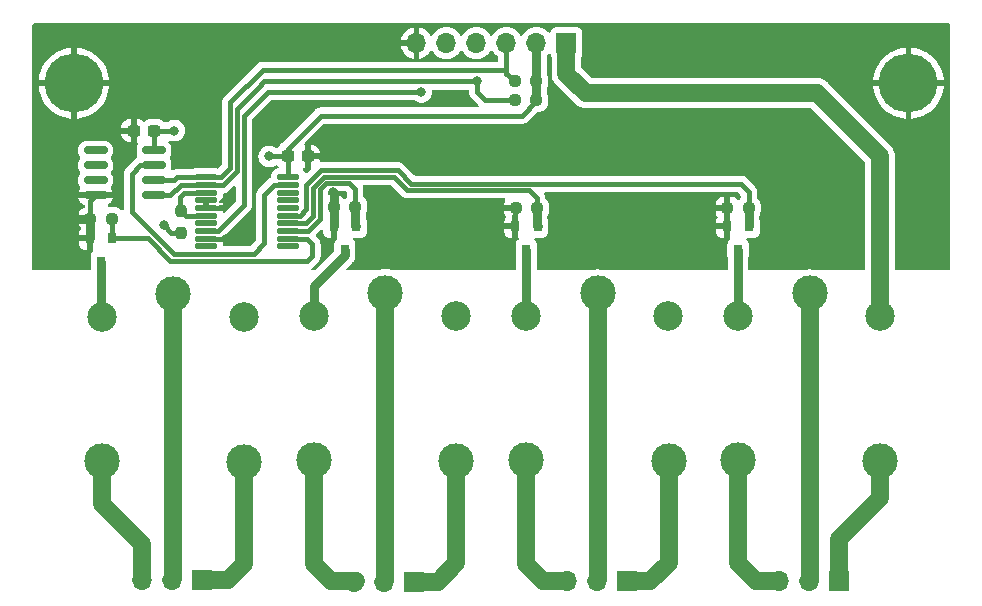
<source format=gtl>
G04 #@! TF.GenerationSoftware,KiCad,Pcbnew,7.0.11-2.fc39*
G04 #@! TF.CreationDate,2024-06-06T09:07:33+02:00*
G04 #@! TF.ProjectId,four_relays_extension,666f7572-5f72-4656-9c61-79735f657874,1.0*
G04 #@! TF.SameCoordinates,Original*
G04 #@! TF.FileFunction,Copper,L1,Top*
G04 #@! TF.FilePolarity,Positive*
%FSLAX46Y46*%
G04 Gerber Fmt 4.6, Leading zero omitted, Abs format (unit mm)*
G04 Created by KiCad (PCBNEW 7.0.11-2.fc39) date 2024-06-06 09:07:33*
%MOMM*%
%LPD*%
G01*
G04 APERTURE LIST*
G04 Aperture macros list*
%AMRoundRect*
0 Rectangle with rounded corners*
0 $1 Rounding radius*
0 $2 $3 $4 $5 $6 $7 $8 $9 X,Y pos of 4 corners*
0 Add a 4 corners polygon primitive as box body*
4,1,4,$2,$3,$4,$5,$6,$7,$8,$9,$2,$3,0*
0 Add four circle primitives for the rounded corners*
1,1,$1+$1,$2,$3*
1,1,$1+$1,$4,$5*
1,1,$1+$1,$6,$7*
1,1,$1+$1,$8,$9*
0 Add four rect primitives between the rounded corners*
20,1,$1+$1,$2,$3,$4,$5,0*
20,1,$1+$1,$4,$5,$6,$7,0*
20,1,$1+$1,$6,$7,$8,$9,0*
20,1,$1+$1,$8,$9,$2,$3,0*%
G04 Aperture macros list end*
G04 #@! TA.AperFunction,SMDPad,CuDef*
%ADD10RoundRect,0.237500X-0.237500X0.250000X-0.237500X-0.250000X0.237500X-0.250000X0.237500X0.250000X0*%
G04 #@! TD*
G04 #@! TA.AperFunction,SMDPad,CuDef*
%ADD11RoundRect,0.237500X0.250000X0.237500X-0.250000X0.237500X-0.250000X-0.237500X0.250000X-0.237500X0*%
G04 #@! TD*
G04 #@! TA.AperFunction,ComponentPad*
%ADD12C,3.000000*%
G04 #@! TD*
G04 #@! TA.AperFunction,ComponentPad*
%ADD13C,2.500000*%
G04 #@! TD*
G04 #@! TA.AperFunction,ComponentPad*
%ADD14O,5.000000X5.000000*%
G04 #@! TD*
G04 #@! TA.AperFunction,ComponentPad*
%ADD15R,1.700000X1.700000*%
G04 #@! TD*
G04 #@! TA.AperFunction,ComponentPad*
%ADD16O,1.700000X1.700000*%
G04 #@! TD*
G04 #@! TA.AperFunction,SMDPad,CuDef*
%ADD17RoundRect,0.150000X-0.825000X-0.150000X0.825000X-0.150000X0.825000X0.150000X-0.825000X0.150000X0*%
G04 #@! TD*
G04 #@! TA.AperFunction,SMDPad,CuDef*
%ADD18RoundRect,0.237500X-0.300000X-0.237500X0.300000X-0.237500X0.300000X0.237500X-0.300000X0.237500X0*%
G04 #@! TD*
G04 #@! TA.AperFunction,SMDPad,CuDef*
%ADD19R,0.800000X0.900000*%
G04 #@! TD*
G04 #@! TA.AperFunction,SMDPad,CuDef*
%ADD20RoundRect,0.237500X0.300000X0.237500X-0.300000X0.237500X-0.300000X-0.237500X0.300000X-0.237500X0*%
G04 #@! TD*
G04 #@! TA.AperFunction,ComponentPad*
%ADD21O,0.100000X0.100000*%
G04 #@! TD*
G04 #@! TA.AperFunction,SMDPad,CuDef*
%ADD22RoundRect,0.125000X-0.825000X-0.125000X0.825000X-0.125000X0.825000X0.125000X-0.825000X0.125000X0*%
G04 #@! TD*
G04 #@! TA.AperFunction,ViaPad*
%ADD23C,0.800000*%
G04 #@! TD*
G04 #@! TA.AperFunction,ViaPad*
%ADD24C,0.600000*%
G04 #@! TD*
G04 #@! TA.AperFunction,Conductor*
%ADD25C,0.381000*%
G04 #@! TD*
G04 #@! TA.AperFunction,Conductor*
%ADD26C,0.762000*%
G04 #@! TD*
G04 #@! TA.AperFunction,Conductor*
%ADD27C,1.524000*%
G04 #@! TD*
G04 APERTURE END LIST*
D10*
X115011200Y-67311900D03*
X115011200Y-69136900D03*
D11*
X145133700Y-57912000D03*
X143308700Y-57912000D03*
X145186400Y-67056000D03*
X143361400Y-67056000D03*
X109169200Y-67945000D03*
X107344200Y-67945000D03*
D12*
X150322000Y-74250000D03*
D13*
X144272000Y-76200000D03*
D12*
X144272000Y-88400000D03*
X156322000Y-88450000D03*
D13*
X156272000Y-76200000D03*
D14*
X176631600Y-56489600D03*
D15*
X134772400Y-98679000D03*
D16*
X132232400Y-98679000D03*
X129692400Y-98679000D03*
D17*
X107800600Y-62179200D03*
X107800600Y-63449200D03*
X107800600Y-64719200D03*
X107800600Y-65989200D03*
X112750600Y-65989200D03*
X112750600Y-64719200D03*
X112750600Y-63449200D03*
X112750600Y-62179200D03*
D12*
X114381000Y-74319000D03*
D13*
X108331000Y-76269000D03*
D12*
X108331000Y-88469000D03*
X120381000Y-88519000D03*
D13*
X120331000Y-76269000D03*
D18*
X124055800Y-62687200D03*
X125780800Y-62687200D03*
D12*
X168254400Y-74250000D03*
D13*
X162204400Y-76200000D03*
D12*
X162204400Y-88400000D03*
X174254400Y-88450000D03*
D13*
X174204400Y-76200000D03*
D19*
X109230200Y-69628000D03*
X107330200Y-69628000D03*
X108280200Y-71628000D03*
D20*
X112748400Y-60502800D03*
X111023400Y-60502800D03*
D21*
X105968800Y-98501200D03*
D19*
X145222000Y-68612000D03*
X143322000Y-68612000D03*
X144272000Y-70612000D03*
D15*
X147675600Y-53086000D03*
D16*
X145135600Y-53086000D03*
X142595600Y-53086000D03*
X140055600Y-53086000D03*
X137515600Y-53086000D03*
X134975600Y-53086000D03*
D12*
X132338800Y-74242000D03*
D13*
X126288800Y-76192000D03*
D12*
X126288800Y-88392000D03*
X138338800Y-88442000D03*
D13*
X138288800Y-76192000D03*
D21*
X176631600Y-98602800D03*
D22*
X117129800Y-64457200D03*
X117129800Y-65107200D03*
X117129800Y-65757200D03*
X117129800Y-66407200D03*
X117129800Y-67057200D03*
X117129800Y-67707200D03*
X117129800Y-68357200D03*
X117129800Y-69007200D03*
X117129800Y-69657200D03*
X117129800Y-70307200D03*
X124129800Y-70307200D03*
X124129800Y-69657200D03*
X124129800Y-69007200D03*
X124129800Y-68357200D03*
X124129800Y-67707200D03*
X124129800Y-67057200D03*
X124129800Y-66407200D03*
X124129800Y-65757200D03*
X124129800Y-65107200D03*
X124129800Y-64457200D03*
D15*
X116840000Y-98552000D03*
D16*
X114300000Y-98552000D03*
X111760000Y-98552000D03*
D11*
X129794000Y-66929000D03*
X127969000Y-66929000D03*
D15*
X170789600Y-98602800D03*
D16*
X168249600Y-98602800D03*
X165709600Y-98602800D03*
D19*
X129855000Y-68612000D03*
X127955000Y-68612000D03*
X128905000Y-70612000D03*
D14*
X105968800Y-56489600D03*
D15*
X152806400Y-98602800D03*
D16*
X150266400Y-98602800D03*
X147726400Y-98602800D03*
D19*
X163154400Y-68612000D03*
X161254400Y-68612000D03*
X162204400Y-70612000D03*
D11*
X145131800Y-56337200D03*
X143306800Y-56337200D03*
X163118800Y-67056000D03*
X161293800Y-67056000D03*
D23*
X127076200Y-62738000D03*
D24*
X147523200Y-63957200D03*
X120853200Y-52425600D03*
D23*
X118846600Y-69646800D03*
D24*
X129743200Y-58216800D03*
D23*
X105791000Y-67970400D03*
D24*
X147523200Y-69900800D03*
X137795000Y-57912000D03*
D23*
X119253000Y-66395600D03*
D24*
X129743200Y-52425600D03*
D23*
X127939800Y-65735200D03*
D24*
X105130600Y-69900800D03*
X156413200Y-69900800D03*
X174193200Y-52425600D03*
X165303200Y-69900800D03*
X177901600Y-69900800D03*
X165303200Y-63957200D03*
X138633200Y-69900800D03*
X111963200Y-52425600D03*
X131140200Y-69900800D03*
X156413200Y-52425600D03*
X138633200Y-63906400D03*
X105130600Y-63855600D03*
X156413200Y-63957200D03*
X111963200Y-57912000D03*
X165303200Y-52425600D03*
D23*
X140106400Y-56337200D03*
X135382000Y-57251600D03*
X114477800Y-60502800D03*
X122504200Y-62687200D03*
X113614200Y-68529200D03*
D25*
X126796800Y-65481200D02*
X127355600Y-64922400D01*
X124129800Y-69007200D02*
X125785400Y-69007200D01*
D26*
X129794000Y-66929000D02*
X129794000Y-68551000D01*
D25*
X126796800Y-67995800D02*
X126796800Y-65481200D01*
X129235200Y-64922400D02*
X129794000Y-65481200D01*
X127355600Y-64922400D02*
X129235200Y-64922400D01*
D26*
X129794000Y-68551000D02*
X129855000Y-68612000D01*
D25*
X125785400Y-69007200D02*
X126796800Y-67995800D01*
X129794000Y-65481200D02*
X129794000Y-66929000D01*
D26*
X107344200Y-69614000D02*
X107330200Y-69628000D01*
X127969000Y-68598000D02*
X127955000Y-68612000D01*
D25*
X105816400Y-67945000D02*
X105791000Y-67970400D01*
X118591400Y-67057200D02*
X119253000Y-66395600D01*
X117129800Y-67057200D02*
X118591400Y-67057200D01*
X125780800Y-62687200D02*
X127025400Y-62687200D01*
D26*
X107344200Y-67945000D02*
X105816400Y-67945000D01*
D25*
X127025400Y-62687200D02*
X127076200Y-62738000D01*
X107344200Y-66445600D02*
X107800600Y-65989200D01*
D26*
X127969000Y-66929000D02*
X127969000Y-68598000D01*
X127969000Y-65764400D02*
X127939800Y-65735200D01*
X127969000Y-66929000D02*
X127969000Y-65764400D01*
D25*
X117129800Y-69657200D02*
X118836200Y-69657200D01*
D26*
X107344200Y-67945000D02*
X107344200Y-69614000D01*
D25*
X118836200Y-69657200D02*
X118846600Y-69646800D01*
X107344200Y-67945000D02*
X107344200Y-66445600D01*
D26*
X128905000Y-71043800D02*
X128905000Y-70612000D01*
X126288800Y-76192000D02*
X126288800Y-73660000D01*
X126288800Y-73660000D02*
X128905000Y-71043800D01*
D25*
X109169200Y-69567000D02*
X109230200Y-69628000D01*
X112210600Y-69628000D02*
X114143700Y-71561100D01*
X109169200Y-67945000D02*
X109169200Y-69567000D01*
X126161800Y-71120000D02*
X126161800Y-70104000D01*
X125715000Y-69657200D02*
X124129800Y-69657200D01*
X109230200Y-69628000D02*
X112210600Y-69628000D01*
X115697000Y-71548600D02*
X125733200Y-71548600D01*
X126161800Y-70104000D02*
X125715000Y-69657200D01*
X115684500Y-71561100D02*
X115697000Y-71548600D01*
X125733200Y-71548600D02*
X126161800Y-71120000D01*
X114143700Y-71561100D02*
X115684500Y-71561100D01*
D26*
X108280200Y-76218200D02*
X108331000Y-76269000D01*
X108280200Y-71628000D02*
X108280200Y-76218200D01*
D25*
X119202200Y-58115200D02*
X121945400Y-55372000D01*
X119202200Y-63652400D02*
X119202200Y-58115200D01*
X121945400Y-55372000D02*
X142595600Y-55372000D01*
X142595600Y-54457600D02*
X142595600Y-55372000D01*
X118397400Y-64457200D02*
X119202200Y-63652400D01*
X114731800Y-64457200D02*
X117129800Y-64457200D01*
X114469800Y-64719200D02*
X114731800Y-64457200D01*
X117129800Y-64457200D02*
X118397400Y-64457200D01*
X142595600Y-55372000D02*
X142595600Y-55676800D01*
X112750600Y-64719200D02*
X114469800Y-64719200D01*
X142595600Y-54457600D02*
X142595600Y-53086000D01*
X143306800Y-56337200D02*
X142595600Y-55626000D01*
X115004200Y-65107200D02*
X114122200Y-65989200D01*
X140106400Y-57251600D02*
X140106400Y-56337200D01*
X140766800Y-57912000D02*
X140106400Y-57251600D01*
X122097800Y-56337200D02*
X136499600Y-56337200D01*
X119783200Y-63893058D02*
X119783200Y-58651800D01*
X117129800Y-65107200D02*
X115004200Y-65107200D01*
X143308700Y-57912000D02*
X140766800Y-57912000D01*
X117129800Y-65107200D02*
X118569058Y-65107200D01*
X136499600Y-56337200D02*
X140106400Y-56337200D01*
X121551700Y-56883300D02*
X122097800Y-56337200D01*
X119783200Y-58651800D02*
X121551700Y-56883300D01*
X118569058Y-65107200D02*
X119783200Y-63893058D01*
X114122200Y-65989200D02*
X112750600Y-65989200D01*
X114970800Y-66116200D02*
X115329800Y-65757200D01*
X114970800Y-67244200D02*
X115433800Y-67707200D01*
X115329800Y-65757200D02*
X117129800Y-65757200D01*
X114970800Y-66116200D02*
X114970800Y-67244200D01*
X115433800Y-67707200D02*
X117129800Y-67707200D01*
X120364200Y-66805290D02*
X120364200Y-62534800D01*
X135371900Y-57241500D02*
X135382000Y-57251600D01*
X120364200Y-59239200D02*
X121450100Y-58153300D01*
X120364200Y-62534800D02*
X120364200Y-59239200D01*
X121450100Y-58153300D02*
X122361900Y-57241500D01*
X118162290Y-69007200D02*
X120364200Y-66805290D01*
X117129800Y-69007200D02*
X118162290Y-69007200D01*
X122361900Y-57241500D02*
X135371900Y-57241500D01*
X125091580Y-67707200D02*
X125656200Y-67142580D01*
D26*
X163118800Y-68576400D02*
X163154400Y-68612000D01*
X163118800Y-67056000D02*
X163118800Y-68576400D01*
D25*
X124129800Y-67707200D02*
X125091580Y-67707200D01*
X134546200Y-65001000D02*
X162435400Y-65001000D01*
X163118800Y-65684400D02*
X163118800Y-67056000D01*
X126915706Y-63860400D02*
X133405600Y-63860400D01*
X125656200Y-67142580D02*
X125656200Y-65119905D01*
X162435400Y-65001000D02*
X163118800Y-65684400D01*
X125656200Y-65119905D02*
X126915706Y-63860400D01*
X133405600Y-63860400D02*
X134546200Y-65001000D01*
D26*
X162204400Y-70612000D02*
X162204400Y-76200000D01*
D25*
X121183400Y-70967600D02*
X114427000Y-70967600D01*
X110871000Y-64160400D02*
X111582200Y-63449200D01*
X114427000Y-70967600D02*
X113334800Y-69875400D01*
X122097800Y-70053200D02*
X121183400Y-70967600D01*
X122097800Y-65938400D02*
X122097800Y-70053200D01*
X114439500Y-70980100D02*
X113334800Y-69875400D01*
X124129800Y-65107200D02*
X122929000Y-65107200D01*
X113334800Y-69875400D02*
X110871000Y-67411600D01*
X111582200Y-63449200D02*
X112750600Y-63449200D01*
X110871000Y-67411600D02*
X110871000Y-64160400D01*
X122929000Y-65107200D02*
X122097800Y-65938400D01*
D26*
X145131800Y-58009800D02*
X145135600Y-58013600D01*
D25*
X143916400Y-59232800D02*
X145135600Y-58013600D01*
X114970800Y-69136900D02*
X114221900Y-69136900D01*
X124055800Y-62687200D02*
X124055800Y-64383200D01*
D26*
X145135600Y-56435000D02*
X145131800Y-56438800D01*
D25*
X112748400Y-62177000D02*
X112750600Y-62179200D01*
D26*
X145135600Y-53086000D02*
X145135600Y-56435000D01*
D25*
X126849800Y-59232800D02*
X143916400Y-59232800D01*
D26*
X145131800Y-56438800D02*
X145131800Y-58009800D01*
D25*
X126849800Y-59232800D02*
X124055800Y-62026800D01*
X124055800Y-62026800D02*
X124055800Y-62687200D01*
X124055800Y-64383200D02*
X124129800Y-64457200D01*
X124055800Y-62687200D02*
X122504200Y-62687200D01*
X114221900Y-69136900D02*
X113614200Y-68529200D01*
X112748400Y-60502800D02*
X112748400Y-62177000D01*
X112748400Y-60502800D02*
X114477800Y-60502800D01*
D27*
X114381000Y-74319000D02*
X114381000Y-98471000D01*
X114381000Y-98471000D02*
X114300000Y-98552000D01*
X108331000Y-92075000D02*
X111760000Y-95504000D01*
X111760000Y-95504000D02*
X111760000Y-98552000D01*
X108331000Y-88469000D02*
X108331000Y-92075000D01*
X120381000Y-88519000D02*
X120381000Y-97170000D01*
X120381000Y-97170000D02*
X118999000Y-98552000D01*
X118999000Y-98552000D02*
X116840000Y-98552000D01*
X168859200Y-57302400D02*
X149301200Y-57302400D01*
X174204400Y-76200000D02*
X174204400Y-62647600D01*
X174204400Y-62647600D02*
X168859200Y-57302400D01*
X147675600Y-55676800D02*
X147675600Y-53086000D01*
X149301200Y-57302400D02*
X147675600Y-55676800D01*
X132338800Y-98572600D02*
X132232400Y-98679000D01*
X132338800Y-74242000D02*
X132338800Y-98572600D01*
X127736600Y-98628200D02*
X126339600Y-97231200D01*
X126339600Y-97231200D02*
X126339600Y-88341200D01*
X129880600Y-98628200D02*
X127736600Y-98628200D01*
X138338800Y-88442000D02*
X138338800Y-97119200D01*
X138338800Y-97119200D02*
X136779000Y-98679000D01*
X136779000Y-98679000D02*
X134772400Y-98679000D01*
D25*
X145186400Y-66192400D02*
X144526000Y-65532000D01*
D26*
X145186400Y-67056000D02*
X145186400Y-68576400D01*
D25*
X126187200Y-67767200D02*
X126187200Y-65339853D01*
X134213600Y-65532000D02*
X133073000Y-64391400D01*
X144526000Y-65532000D02*
X134213600Y-65532000D01*
X125597200Y-68357200D02*
X126187200Y-67767200D01*
X126187200Y-65339853D02*
X127135653Y-64391400D01*
D26*
X145186400Y-68576400D02*
X145222000Y-68612000D01*
D25*
X133073000Y-64391400D02*
X130279000Y-64391400D01*
X127135653Y-64391400D02*
X130279000Y-64391400D01*
X145186400Y-67056000D02*
X145186400Y-66192400D01*
X124129800Y-68357200D02*
X125597200Y-68357200D01*
D26*
X144272000Y-70612000D02*
X144272000Y-76200000D01*
D27*
X168254400Y-98598000D02*
X168249600Y-98602800D01*
X168254400Y-74250000D02*
X168254400Y-98598000D01*
X163728400Y-98602800D02*
X165709600Y-98602800D01*
X162204400Y-88400000D02*
X162204400Y-97078800D01*
X162204400Y-97078800D02*
X163728400Y-98602800D01*
X170789600Y-95046800D02*
X174254400Y-91582000D01*
X170789600Y-98602800D02*
X170789600Y-95046800D01*
X174254400Y-91582000D02*
X174254400Y-88450000D01*
X150322000Y-98547200D02*
X150266400Y-98602800D01*
X150322000Y-74250000D02*
X150322000Y-98547200D01*
X144272000Y-97180400D02*
X145694400Y-98602800D01*
X145694400Y-98602800D02*
X147726400Y-98602800D01*
X144272000Y-88400000D02*
X144272000Y-97180400D01*
X156322000Y-97068400D02*
X154787600Y-98602800D01*
X156322000Y-88450000D02*
X156322000Y-97068400D01*
X154787600Y-98602800D02*
X152806400Y-98602800D01*
G04 #@! TA.AperFunction,Conductor*
G36*
X180087339Y-51447185D02*
G01*
X180133094Y-51499989D01*
X180144300Y-51551500D01*
X180144300Y-72215200D01*
X180124615Y-72282239D01*
X180071811Y-72327994D01*
X180020300Y-72339200D01*
X175590900Y-72339200D01*
X175523861Y-72319515D01*
X175478106Y-72266711D01*
X175466900Y-72215200D01*
X175466900Y-62725462D01*
X175467680Y-62711577D01*
X175467968Y-62709020D01*
X175471684Y-62676042D01*
X175467181Y-62609256D01*
X175466900Y-62600914D01*
X175466900Y-62590906D01*
X175466900Y-62590901D01*
X175463205Y-62549855D01*
X175462991Y-62547122D01*
X175456397Y-62449308D01*
X175455296Y-62444939D01*
X175452036Y-62425747D01*
X175451632Y-62421262D01*
X175425538Y-62326711D01*
X175424839Y-62324066D01*
X175400869Y-62228937D01*
X175399008Y-62224840D01*
X175392373Y-62206540D01*
X175391175Y-62202201D01*
X175391173Y-62202194D01*
X175359247Y-62135899D01*
X175348607Y-62113806D01*
X175347456Y-62111346D01*
X175324779Y-62061420D01*
X175306887Y-62022028D01*
X175304323Y-62018328D01*
X175294525Y-62001503D01*
X175292572Y-61997447D01*
X175292568Y-61997441D01*
X175234902Y-61918070D01*
X175233292Y-61915801D01*
X175177467Y-61835223D01*
X175174286Y-61832042D01*
X175161645Y-61817241D01*
X175158998Y-61813598D01*
X175158996Y-61813595D01*
X175088040Y-61745754D01*
X175086096Y-61743852D01*
X169806981Y-56464736D01*
X169797714Y-56454367D01*
X169775416Y-56426406D01*
X169725008Y-56382366D01*
X169718911Y-56376666D01*
X169711833Y-56369588D01*
X169711830Y-56369585D01*
X169693594Y-56354360D01*
X169680215Y-56343190D01*
X169678102Y-56341385D01*
X169604279Y-56276888D01*
X169600412Y-56274578D01*
X169584548Y-56263323D01*
X169581080Y-56260428D01*
X169581078Y-56260426D01*
X169581077Y-56260426D01*
X169544372Y-56239599D01*
X173641076Y-56239599D01*
X173641077Y-56239600D01*
X175663354Y-56239600D01*
X175638034Y-56337391D01*
X175627733Y-56540510D01*
X175658233Y-56739600D01*
X173641077Y-56739600D01*
X173646835Y-56838473D01*
X173646835Y-56838477D01*
X173707514Y-57182602D01*
X173707516Y-57182611D01*
X173807745Y-57517400D01*
X173946155Y-57838270D01*
X173946161Y-57838283D01*
X174120889Y-58140922D01*
X174329568Y-58421227D01*
X174329573Y-58421233D01*
X174569384Y-58675416D01*
X174569394Y-58675426D01*
X174837080Y-58900042D01*
X175129061Y-59092080D01*
X175441339Y-59248914D01*
X175441345Y-59248916D01*
X175769730Y-59368438D01*
X175769733Y-59368439D01*
X176109771Y-59449029D01*
X176381600Y-59480801D01*
X176381600Y-57459121D01*
X176529910Y-57489600D01*
X176682312Y-57489600D01*
X176833937Y-57474181D01*
X176881600Y-57459226D01*
X176881600Y-59480801D01*
X177153427Y-59449029D01*
X177153429Y-59449029D01*
X177493466Y-59368439D01*
X177493469Y-59368438D01*
X177821854Y-59248916D01*
X177821860Y-59248914D01*
X178134138Y-59092080D01*
X178426119Y-58900042D01*
X178693805Y-58675426D01*
X178693815Y-58675416D01*
X178933626Y-58421233D01*
X178933631Y-58421227D01*
X179142310Y-58140922D01*
X179317038Y-57838283D01*
X179317044Y-57838270D01*
X179455454Y-57517400D01*
X179555683Y-57182611D01*
X179555685Y-57182602D01*
X179616364Y-56838477D01*
X179616364Y-56838473D01*
X179622123Y-56739600D01*
X177599846Y-56739600D01*
X177625166Y-56641809D01*
X177635467Y-56438690D01*
X177604967Y-56239600D01*
X179622123Y-56239600D01*
X179622123Y-56239599D01*
X179616364Y-56140726D01*
X179616364Y-56140722D01*
X179555685Y-55796597D01*
X179555683Y-55796588D01*
X179455454Y-55461799D01*
X179317044Y-55140929D01*
X179317038Y-55140916D01*
X179142310Y-54838277D01*
X178933631Y-54557972D01*
X178933626Y-54557966D01*
X178693815Y-54303783D01*
X178693805Y-54303773D01*
X178426119Y-54079157D01*
X178134138Y-53887119D01*
X177821860Y-53730285D01*
X177821854Y-53730283D01*
X177493469Y-53610761D01*
X177493466Y-53610760D01*
X177153429Y-53530170D01*
X176881600Y-53498397D01*
X176881600Y-55520078D01*
X176733290Y-55489600D01*
X176580888Y-55489600D01*
X176429263Y-55505019D01*
X176381600Y-55519973D01*
X176381600Y-53498397D01*
X176109770Y-53530170D01*
X175769733Y-53610760D01*
X175769730Y-53610761D01*
X175441345Y-53730283D01*
X175441339Y-53730285D01*
X175129061Y-53887119D01*
X174837080Y-54079157D01*
X174569394Y-54303773D01*
X174569384Y-54303783D01*
X174329573Y-54557966D01*
X174329568Y-54557972D01*
X174120889Y-54838277D01*
X173946161Y-55140916D01*
X173946155Y-55140929D01*
X173807745Y-55461799D01*
X173707516Y-55796588D01*
X173707514Y-55796597D01*
X173646835Y-56140722D01*
X173646835Y-56140726D01*
X173641076Y-56239599D01*
X169544372Y-56239599D01*
X169495769Y-56212021D01*
X169493364Y-56210620D01*
X169409200Y-56160333D01*
X169409194Y-56160330D01*
X169409192Y-56160329D01*
X169409189Y-56160327D01*
X169409185Y-56160326D01*
X169404972Y-56158745D01*
X169387344Y-56150498D01*
X169383427Y-56148275D01*
X169290831Y-56115874D01*
X169288255Y-56114940D01*
X169196429Y-56080478D01*
X169196432Y-56080478D01*
X169191978Y-56079670D01*
X169173186Y-56074709D01*
X169168933Y-56073221D01*
X169168923Y-56073218D01*
X169072056Y-56057875D01*
X169069315Y-56057409D01*
X168972831Y-56039900D01*
X168972827Y-56039900D01*
X168968320Y-56039900D01*
X168948933Y-56038374D01*
X168944471Y-56037668D01*
X168944465Y-56037668D01*
X168846400Y-56039869D01*
X168843618Y-56039900D01*
X149875507Y-56039900D01*
X149808468Y-56020215D01*
X149787826Y-56003581D01*
X148974419Y-55190174D01*
X148940934Y-55128851D01*
X148938100Y-55102493D01*
X148938100Y-54261408D01*
X148957785Y-54194369D01*
X148962822Y-54187112D01*
X148969396Y-54178331D01*
X149019691Y-54043483D01*
X149026100Y-53983873D01*
X149026099Y-52188128D01*
X149019691Y-52128517D01*
X149018410Y-52125083D01*
X148969397Y-51993671D01*
X148969393Y-51993664D01*
X148883147Y-51878455D01*
X148883144Y-51878452D01*
X148767935Y-51792206D01*
X148767928Y-51792202D01*
X148633082Y-51741908D01*
X148633083Y-51741908D01*
X148573483Y-51735501D01*
X148573481Y-51735500D01*
X148573473Y-51735500D01*
X148573464Y-51735500D01*
X146777729Y-51735500D01*
X146777723Y-51735501D01*
X146718116Y-51741908D01*
X146583271Y-51792202D01*
X146583264Y-51792206D01*
X146468055Y-51878452D01*
X146468052Y-51878455D01*
X146381806Y-51993664D01*
X146381803Y-51993669D01*
X146332789Y-52125083D01*
X146290917Y-52181016D01*
X146225453Y-52205433D01*
X146157180Y-52190581D01*
X146128926Y-52169430D01*
X146007002Y-52047506D01*
X146006995Y-52047501D01*
X145813434Y-51911967D01*
X145813430Y-51911965D01*
X145813428Y-51911964D01*
X145599263Y-51812097D01*
X145599259Y-51812096D01*
X145599255Y-51812094D01*
X145371013Y-51750938D01*
X145371003Y-51750936D01*
X145135601Y-51730341D01*
X145135599Y-51730341D01*
X144900196Y-51750936D01*
X144900186Y-51750938D01*
X144671944Y-51812094D01*
X144671935Y-51812098D01*
X144457771Y-51911964D01*
X144457769Y-51911965D01*
X144264197Y-52047505D01*
X144097105Y-52214597D01*
X143967175Y-52400158D01*
X143912598Y-52443783D01*
X143843100Y-52450977D01*
X143780745Y-52419454D01*
X143764025Y-52400158D01*
X143634094Y-52214597D01*
X143467002Y-52047506D01*
X143466995Y-52047501D01*
X143273434Y-51911967D01*
X143273430Y-51911965D01*
X143273428Y-51911964D01*
X143059263Y-51812097D01*
X143059259Y-51812096D01*
X143059255Y-51812094D01*
X142831013Y-51750938D01*
X142831003Y-51750936D01*
X142595601Y-51730341D01*
X142595599Y-51730341D01*
X142360196Y-51750936D01*
X142360186Y-51750938D01*
X142131944Y-51812094D01*
X142131935Y-51812098D01*
X141917771Y-51911964D01*
X141917769Y-51911965D01*
X141724197Y-52047505D01*
X141557105Y-52214597D01*
X141427175Y-52400158D01*
X141372598Y-52443783D01*
X141303100Y-52450977D01*
X141240745Y-52419454D01*
X141224025Y-52400158D01*
X141094094Y-52214597D01*
X140927002Y-52047506D01*
X140926995Y-52047501D01*
X140733434Y-51911967D01*
X140733430Y-51911965D01*
X140733428Y-51911964D01*
X140519263Y-51812097D01*
X140519259Y-51812096D01*
X140519255Y-51812094D01*
X140291013Y-51750938D01*
X140291003Y-51750936D01*
X140055601Y-51730341D01*
X140055599Y-51730341D01*
X139820196Y-51750936D01*
X139820186Y-51750938D01*
X139591944Y-51812094D01*
X139591935Y-51812098D01*
X139377771Y-51911964D01*
X139377769Y-51911965D01*
X139184197Y-52047505D01*
X139017105Y-52214597D01*
X138887175Y-52400158D01*
X138832598Y-52443783D01*
X138763100Y-52450977D01*
X138700745Y-52419454D01*
X138684025Y-52400158D01*
X138554094Y-52214597D01*
X138387002Y-52047506D01*
X138386995Y-52047501D01*
X138193434Y-51911967D01*
X138193430Y-51911965D01*
X138193428Y-51911964D01*
X137979263Y-51812097D01*
X137979259Y-51812096D01*
X137979255Y-51812094D01*
X137751013Y-51750938D01*
X137751003Y-51750936D01*
X137515601Y-51730341D01*
X137515599Y-51730341D01*
X137280196Y-51750936D01*
X137280186Y-51750938D01*
X137051944Y-51812094D01*
X137051935Y-51812098D01*
X136837771Y-51911964D01*
X136837769Y-51911965D01*
X136644197Y-52047505D01*
X136477108Y-52214594D01*
X136346869Y-52400595D01*
X136292292Y-52444219D01*
X136222793Y-52451412D01*
X136160439Y-52419890D01*
X136143719Y-52400594D01*
X136013713Y-52214926D01*
X136013708Y-52214920D01*
X135846682Y-52047894D01*
X135653178Y-51912399D01*
X135439092Y-51812570D01*
X135439086Y-51812567D01*
X135225600Y-51755364D01*
X135225600Y-52650498D01*
X135117915Y-52601320D01*
X135011363Y-52586000D01*
X134939837Y-52586000D01*
X134833285Y-52601320D01*
X134725600Y-52650498D01*
X134725600Y-51755364D01*
X134725599Y-51755364D01*
X134512113Y-51812567D01*
X134512107Y-51812570D01*
X134298022Y-51912399D01*
X134298020Y-51912400D01*
X134104526Y-52047886D01*
X134104520Y-52047891D01*
X133937491Y-52214920D01*
X133937486Y-52214926D01*
X133802000Y-52408420D01*
X133801999Y-52408422D01*
X133702170Y-52622507D01*
X133702167Y-52622513D01*
X133644964Y-52835999D01*
X133644964Y-52836000D01*
X134541914Y-52836000D01*
X134516107Y-52876156D01*
X134475600Y-53014111D01*
X134475600Y-53157889D01*
X134516107Y-53295844D01*
X134541914Y-53336000D01*
X133644964Y-53336000D01*
X133702167Y-53549486D01*
X133702170Y-53549492D01*
X133801999Y-53763578D01*
X133937494Y-53957082D01*
X134104517Y-54124105D01*
X134298021Y-54259600D01*
X134512107Y-54359429D01*
X134512116Y-54359433D01*
X134725600Y-54416634D01*
X134725600Y-53521501D01*
X134833285Y-53570680D01*
X134939837Y-53586000D01*
X135011363Y-53586000D01*
X135117915Y-53570680D01*
X135225600Y-53521501D01*
X135225600Y-54416633D01*
X135439083Y-54359433D01*
X135439092Y-54359429D01*
X135653178Y-54259600D01*
X135846682Y-54124105D01*
X136013705Y-53957082D01*
X136143719Y-53771405D01*
X136198296Y-53727781D01*
X136267795Y-53720588D01*
X136330149Y-53752110D01*
X136346869Y-53771405D01*
X136477105Y-53957401D01*
X136644199Y-54124495D01*
X136721085Y-54178331D01*
X136837765Y-54260032D01*
X136837767Y-54260033D01*
X136837770Y-54260035D01*
X137051937Y-54359903D01*
X137280192Y-54421063D01*
X137422025Y-54433472D01*
X137487093Y-54458925D01*
X137515843Y-54498628D01*
X137526270Y-54475797D01*
X137585048Y-54438023D01*
X137609174Y-54433472D01*
X137751008Y-54421063D01*
X137979263Y-54359903D01*
X138193430Y-54260035D01*
X138387001Y-54124495D01*
X138554095Y-53957401D01*
X138684025Y-53771842D01*
X138738602Y-53728217D01*
X138808100Y-53721023D01*
X138870455Y-53752546D01*
X138887175Y-53771842D01*
X139016881Y-53957082D01*
X139017105Y-53957401D01*
X139184199Y-54124495D01*
X139261085Y-54178331D01*
X139377765Y-54260032D01*
X139377767Y-54260033D01*
X139377770Y-54260035D01*
X139591937Y-54359903D01*
X139820192Y-54421063D01*
X139962025Y-54433472D01*
X140027093Y-54458925D01*
X140055843Y-54498628D01*
X140066270Y-54475797D01*
X140125048Y-54438023D01*
X140149174Y-54433472D01*
X140291008Y-54421063D01*
X140519263Y-54359903D01*
X140733430Y-54260035D01*
X140927001Y-54124495D01*
X141094095Y-53957401D01*
X141224025Y-53771842D01*
X141278602Y-53728217D01*
X141348100Y-53721023D01*
X141410455Y-53752546D01*
X141427175Y-53771842D01*
X141557101Y-53957396D01*
X141557106Y-53957402D01*
X141724197Y-54124493D01*
X141724203Y-54124498D01*
X141851723Y-54213788D01*
X141895348Y-54268365D01*
X141904600Y-54315363D01*
X141904600Y-54557000D01*
X141884915Y-54624039D01*
X141832111Y-54669794D01*
X141780600Y-54681000D01*
X140159983Y-54681000D01*
X140092944Y-54661315D01*
X140054196Y-54616598D01*
X140037496Y-54646062D01*
X139975649Y-54678569D01*
X139951217Y-54681000D01*
X137619983Y-54681000D01*
X137552944Y-54661315D01*
X137514196Y-54616598D01*
X137497496Y-54646062D01*
X137435649Y-54678569D01*
X137411217Y-54681000D01*
X121970026Y-54681000D01*
X121962539Y-54680774D01*
X121903375Y-54677195D01*
X121903374Y-54677195D01*
X121903373Y-54677195D01*
X121903372Y-54677195D01*
X121860432Y-54685062D01*
X121845069Y-54687878D01*
X121837671Y-54689003D01*
X121778822Y-54696150D01*
X121778819Y-54696151D01*
X121769616Y-54699641D01*
X121748008Y-54705665D01*
X121738317Y-54707441D01*
X121684253Y-54731772D01*
X121677339Y-54734636D01*
X121621917Y-54755655D01*
X121613808Y-54761253D01*
X121594273Y-54772271D01*
X121585296Y-54776311D01*
X121585295Y-54776312D01*
X121538637Y-54812865D01*
X121532608Y-54817301D01*
X121483818Y-54850979D01*
X121483810Y-54850986D01*
X121444497Y-54895360D01*
X121439365Y-54900812D01*
X118731004Y-57609172D01*
X118725552Y-57614304D01*
X118681186Y-57653610D01*
X118681176Y-57653621D01*
X118647498Y-57702412D01*
X118643061Y-57708443D01*
X118606512Y-57755094D01*
X118606511Y-57755096D01*
X118602471Y-57764073D01*
X118591453Y-57783608D01*
X118585855Y-57791719D01*
X118564832Y-57847149D01*
X118561968Y-57854065D01*
X118537642Y-57908116D01*
X118535866Y-57917806D01*
X118529845Y-57939403D01*
X118526352Y-57948614D01*
X118526352Y-57948615D01*
X118519206Y-58007465D01*
X118518079Y-58014867D01*
X118507395Y-58073169D01*
X118507395Y-58073172D01*
X118510974Y-58132337D01*
X118511200Y-58139824D01*
X118511200Y-63314815D01*
X118491515Y-63381854D01*
X118474881Y-63402496D01*
X118193973Y-63683403D01*
X118132650Y-63716888D01*
X118071701Y-63714799D01*
X118053436Y-63709493D01*
X118053430Y-63709491D01*
X118053427Y-63709491D01*
X118053424Y-63709490D01*
X118053420Y-63709490D01*
X118017963Y-63706700D01*
X116241649Y-63706700D01*
X116241624Y-63706701D01*
X116206172Y-63709491D01*
X116054411Y-63753581D01*
X116048820Y-63756001D01*
X115999573Y-63766200D01*
X114756426Y-63766200D01*
X114748939Y-63765974D01*
X114689774Y-63762395D01*
X114689769Y-63762395D01*
X114631467Y-63773079D01*
X114624065Y-63774206D01*
X114565215Y-63781352D01*
X114565214Y-63781352D01*
X114556003Y-63784845D01*
X114534406Y-63790866D01*
X114524716Y-63792642D01*
X114502099Y-63802821D01*
X114470658Y-63816970D01*
X114463749Y-63819832D01*
X114408317Y-63840855D01*
X114401679Y-63844340D01*
X114400362Y-63841831D01*
X114346491Y-63859557D01*
X114278851Y-63842047D01*
X114231416Y-63790747D01*
X114219246Y-63721946D01*
X114222440Y-63705918D01*
X114223198Y-63701767D01*
X114223431Y-63698810D01*
X114226100Y-63664894D01*
X114226100Y-63233506D01*
X114223198Y-63196631D01*
X114222969Y-63195843D01*
X114182191Y-63055484D01*
X114177344Y-63038802D01*
X114093681Y-62897335D01*
X114093678Y-62897332D01*
X114088898Y-62891169D01*
X114091350Y-62889266D01*
X114064755Y-62840621D01*
X114069704Y-62770926D01*
X114090540Y-62738504D01*
X114088898Y-62737231D01*
X114093675Y-62731070D01*
X114093681Y-62731065D01*
X114177344Y-62589598D01*
X114223198Y-62431769D01*
X114226100Y-62394894D01*
X114226100Y-61963506D01*
X114223198Y-61926631D01*
X114216347Y-61903051D01*
X114177345Y-61768806D01*
X114177344Y-61768803D01*
X114177344Y-61768802D01*
X114093681Y-61627335D01*
X114093679Y-61627333D01*
X114093676Y-61627329D01*
X114008275Y-61541928D01*
X113974790Y-61480605D01*
X113979774Y-61410913D01*
X114021646Y-61354980D01*
X114087110Y-61330563D01*
X114146392Y-61340968D01*
X114176487Y-61354367D01*
X114197997Y-61363944D01*
X114383154Y-61403300D01*
X114383155Y-61403300D01*
X114572444Y-61403300D01*
X114572446Y-61403300D01*
X114757603Y-61363944D01*
X114930530Y-61286951D01*
X115083671Y-61175688D01*
X115210333Y-61035016D01*
X115304979Y-60871084D01*
X115363474Y-60691056D01*
X115383260Y-60502800D01*
X115363474Y-60314544D01*
X115304979Y-60134516D01*
X115210333Y-59970584D01*
X115083671Y-59829912D01*
X115058464Y-59811598D01*
X114930534Y-59718651D01*
X114930529Y-59718648D01*
X114757607Y-59641657D01*
X114757602Y-59641655D01*
X114611801Y-59610665D01*
X114572446Y-59602300D01*
X114383154Y-59602300D01*
X114350697Y-59609198D01*
X114197997Y-59641655D01*
X114197992Y-59641657D01*
X114025070Y-59718648D01*
X114025065Y-59718651D01*
X113929453Y-59788118D01*
X113863647Y-59811598D01*
X113856568Y-59811800D01*
X113689952Y-59811800D01*
X113622913Y-59792115D01*
X113602271Y-59775481D01*
X113509251Y-59682461D01*
X113509250Y-59682460D01*
X113379290Y-59602300D01*
X113362418Y-59591893D01*
X113362413Y-59591891D01*
X113316817Y-59576782D01*
X113198653Y-59537626D01*
X113198651Y-59537625D01*
X113097578Y-59527300D01*
X112399230Y-59527300D01*
X112399212Y-59527301D01*
X112298147Y-59537625D01*
X112134384Y-59591892D01*
X112134381Y-59591893D01*
X111987548Y-59682461D01*
X111973225Y-59696784D01*
X111911901Y-59730268D01*
X111842209Y-59725282D01*
X111797865Y-59696782D01*
X111783938Y-59682855D01*
X111783934Y-59682852D01*
X111637211Y-59592351D01*
X111637200Y-59592346D01*
X111473552Y-59538119D01*
X111372554Y-59527800D01*
X111273400Y-59527800D01*
X111273400Y-61477799D01*
X111278559Y-61477799D01*
X111345598Y-61497484D01*
X111391353Y-61550288D01*
X111401297Y-61619446D01*
X111385291Y-61664920D01*
X111323855Y-61768803D01*
X111323854Y-61768806D01*
X111278002Y-61926626D01*
X111278001Y-61926632D01*
X111275100Y-61963498D01*
X111275100Y-62394901D01*
X111278001Y-62431767D01*
X111278002Y-62431773D01*
X111323854Y-62589593D01*
X111323854Y-62589594D01*
X111323855Y-62589596D01*
X111323856Y-62589598D01*
X111335482Y-62609256D01*
X111354430Y-62641296D01*
X111371611Y-62709020D01*
X111349451Y-62775282D01*
X111294985Y-62819045D01*
X111291672Y-62820356D01*
X111258720Y-62832854D01*
X111250608Y-62838453D01*
X111231073Y-62849471D01*
X111222096Y-62853511D01*
X111222095Y-62853512D01*
X111175437Y-62890065D01*
X111169408Y-62894501D01*
X111120618Y-62928179D01*
X111120610Y-62928186D01*
X111081297Y-62972560D01*
X111076165Y-62978012D01*
X110399804Y-63654372D01*
X110394352Y-63659504D01*
X110349986Y-63698810D01*
X110349976Y-63698821D01*
X110316298Y-63747612D01*
X110311861Y-63753643D01*
X110275312Y-63800294D01*
X110275311Y-63800296D01*
X110271271Y-63809273D01*
X110260253Y-63828808D01*
X110254655Y-63836919D01*
X110233632Y-63892349D01*
X110230768Y-63899265D01*
X110206442Y-63953316D01*
X110204666Y-63963006D01*
X110198645Y-63984603D01*
X110195152Y-63993814D01*
X110195152Y-63993815D01*
X110188006Y-64052665D01*
X110186879Y-64060067D01*
X110176195Y-64118369D01*
X110176195Y-64118372D01*
X110179774Y-64177537D01*
X110180000Y-64185024D01*
X110180000Y-67125248D01*
X110160315Y-67192287D01*
X110107511Y-67238042D01*
X110038353Y-67247986D01*
X109974797Y-67218961D01*
X109968319Y-67212929D01*
X109880051Y-67124661D01*
X109880050Y-67124660D01*
X109739442Y-67037932D01*
X109733218Y-67034093D01*
X109733213Y-67034091D01*
X109723601Y-67030906D01*
X109569453Y-66979826D01*
X109569451Y-66979825D01*
X109468384Y-66969500D01*
X108951815Y-66969500D01*
X108884776Y-66949815D01*
X108839021Y-66897011D01*
X108829077Y-66827853D01*
X108858102Y-66764297D01*
X108888695Y-66738768D01*
X109027150Y-66656887D01*
X109027161Y-66656878D01*
X109143278Y-66540761D01*
X109143285Y-66540752D01*
X109226881Y-66399398D01*
X109272700Y-66241686D01*
X109272895Y-66239201D01*
X109272895Y-66239200D01*
X106328305Y-66239200D01*
X106328304Y-66239201D01*
X106328499Y-66241686D01*
X106374318Y-66399398D01*
X106457914Y-66540752D01*
X106457921Y-66540761D01*
X106574038Y-66656878D01*
X106574047Y-66656885D01*
X106715402Y-66740481D01*
X106839794Y-66776620D01*
X106898680Y-66814226D01*
X106927887Y-66877699D01*
X106918141Y-66946885D01*
X106872538Y-66999820D01*
X106844205Y-67013403D01*
X106780397Y-67034547D01*
X106780388Y-67034551D01*
X106633665Y-67125052D01*
X106633661Y-67125055D01*
X106511755Y-67246961D01*
X106511752Y-67246965D01*
X106421251Y-67393688D01*
X106421246Y-67393699D01*
X106367019Y-67557347D01*
X106356700Y-67658345D01*
X106356700Y-67695000D01*
X107470200Y-67695000D01*
X107537239Y-67714685D01*
X107582994Y-67767489D01*
X107594200Y-67819000D01*
X107594200Y-68897638D01*
X107580200Y-68945316D01*
X107580200Y-70578000D01*
X107593030Y-70590830D01*
X107626515Y-70652153D01*
X107621531Y-70721845D01*
X107579662Y-70777776D01*
X107522654Y-70820453D01*
X107522652Y-70820455D01*
X107436406Y-70935664D01*
X107436402Y-70935671D01*
X107386108Y-71070517D01*
X107379701Y-71130116D01*
X107379701Y-71130123D01*
X107379700Y-71130135D01*
X107379700Y-72125870D01*
X107379701Y-72125876D01*
X107386109Y-72185484D01*
X107386392Y-72186682D01*
X107386340Y-72187639D01*
X107386938Y-72193196D01*
X107386037Y-72193292D01*
X107382653Y-72256452D01*
X107341787Y-72313124D01*
X107276769Y-72338706D01*
X107265716Y-72339200D01*
X102580100Y-72339200D01*
X102513061Y-72319515D01*
X102467306Y-72266711D01*
X102456100Y-72215200D01*
X102456100Y-69878000D01*
X106430200Y-69878000D01*
X106430200Y-70125844D01*
X106436601Y-70185372D01*
X106436603Y-70185379D01*
X106486845Y-70320086D01*
X106486849Y-70320093D01*
X106573009Y-70435187D01*
X106573012Y-70435190D01*
X106688106Y-70521350D01*
X106688113Y-70521354D01*
X106822820Y-70571596D01*
X106822827Y-70571598D01*
X106882355Y-70577999D01*
X106882372Y-70578000D01*
X107080200Y-70578000D01*
X107080200Y-69878000D01*
X106430200Y-69878000D01*
X102456100Y-69878000D01*
X102456100Y-68195000D01*
X106356701Y-68195000D01*
X106356701Y-68231654D01*
X106367019Y-68332652D01*
X106421246Y-68496300D01*
X106421251Y-68496311D01*
X106511752Y-68643034D01*
X106511755Y-68643038D01*
X106546916Y-68678199D01*
X106580401Y-68739522D01*
X106575417Y-68809214D01*
X106558502Y-68840190D01*
X106486849Y-68935907D01*
X106486845Y-68935913D01*
X106436603Y-69070620D01*
X106436601Y-69070627D01*
X106430200Y-69130155D01*
X106430200Y-69378000D01*
X107080200Y-69378000D01*
X107080200Y-68700362D01*
X107094200Y-68652683D01*
X107094200Y-68195000D01*
X106356701Y-68195000D01*
X102456100Y-68195000D01*
X102456100Y-64934901D01*
X106325100Y-64934901D01*
X106328001Y-64971767D01*
X106328002Y-64971773D01*
X106373854Y-65129593D01*
X106373855Y-65129596D01*
X106457517Y-65271062D01*
X106462302Y-65277231D01*
X106459969Y-65279040D01*
X106486810Y-65328195D01*
X106481826Y-65397887D01*
X106461070Y-65430221D01*
X106462697Y-65431483D01*
X106457913Y-65437649D01*
X106374318Y-65579001D01*
X106328499Y-65736713D01*
X106328304Y-65739198D01*
X106328305Y-65739200D01*
X109272895Y-65739200D01*
X109272895Y-65739198D01*
X109272700Y-65736713D01*
X109226881Y-65579001D01*
X109143285Y-65437647D01*
X109138500Y-65431478D01*
X109140966Y-65429564D01*
X109114402Y-65380976D01*
X109119349Y-65311282D01*
X109140456Y-65278432D01*
X109138901Y-65277226D01*
X109143677Y-65271068D01*
X109143681Y-65271065D01*
X109227344Y-65129598D01*
X109273198Y-64971769D01*
X109276100Y-64934894D01*
X109276100Y-64503506D01*
X109273198Y-64466631D01*
X109266674Y-64444176D01*
X109239436Y-64350424D01*
X109227344Y-64308802D01*
X109143681Y-64167335D01*
X109143678Y-64167332D01*
X109138898Y-64161169D01*
X109141350Y-64159266D01*
X109114755Y-64110621D01*
X109119704Y-64040926D01*
X109140540Y-64008504D01*
X109138898Y-64007231D01*
X109143675Y-64001070D01*
X109143681Y-64001065D01*
X109227344Y-63859598D01*
X109267336Y-63721946D01*
X109273197Y-63701773D01*
X109273198Y-63701767D01*
X109273431Y-63698810D01*
X109276100Y-63664894D01*
X109276100Y-63233506D01*
X109273198Y-63196631D01*
X109272969Y-63195843D01*
X109232191Y-63055484D01*
X109227344Y-63038802D01*
X109143681Y-62897335D01*
X109143678Y-62897332D01*
X109138898Y-62891169D01*
X109141350Y-62889266D01*
X109114755Y-62840621D01*
X109119704Y-62770926D01*
X109140540Y-62738504D01*
X109138898Y-62737231D01*
X109143675Y-62731070D01*
X109143681Y-62731065D01*
X109227344Y-62589598D01*
X109273198Y-62431769D01*
X109276100Y-62394894D01*
X109276100Y-61963506D01*
X109273198Y-61926631D01*
X109266347Y-61903051D01*
X109227345Y-61768806D01*
X109227344Y-61768803D01*
X109227344Y-61768802D01*
X109143681Y-61627335D01*
X109143679Y-61627333D01*
X109143676Y-61627329D01*
X109027470Y-61511123D01*
X109027462Y-61511117D01*
X108885996Y-61427455D01*
X108885993Y-61427454D01*
X108728173Y-61381602D01*
X108728167Y-61381601D01*
X108691301Y-61378700D01*
X108691294Y-61378700D01*
X106909906Y-61378700D01*
X106909898Y-61378700D01*
X106873032Y-61381601D01*
X106873026Y-61381602D01*
X106715206Y-61427454D01*
X106715203Y-61427455D01*
X106573737Y-61511117D01*
X106573729Y-61511123D01*
X106457523Y-61627329D01*
X106457517Y-61627337D01*
X106373855Y-61768803D01*
X106373854Y-61768806D01*
X106328002Y-61926626D01*
X106328001Y-61926632D01*
X106325100Y-61963498D01*
X106325100Y-62394901D01*
X106328001Y-62431767D01*
X106328002Y-62431773D01*
X106373854Y-62589593D01*
X106373855Y-62589596D01*
X106457517Y-62731062D01*
X106462302Y-62737231D01*
X106459856Y-62739127D01*
X106486457Y-62787842D01*
X106481473Y-62857534D01*
X106460669Y-62889903D01*
X106462302Y-62891169D01*
X106457517Y-62897337D01*
X106373855Y-63038803D01*
X106373854Y-63038806D01*
X106328002Y-63196626D01*
X106328001Y-63196632D01*
X106325100Y-63233498D01*
X106325100Y-63664901D01*
X106328001Y-63701767D01*
X106328002Y-63701773D01*
X106373854Y-63859593D01*
X106373855Y-63859596D01*
X106457517Y-64001062D01*
X106462302Y-64007231D01*
X106459856Y-64009127D01*
X106486457Y-64057842D01*
X106481473Y-64127534D01*
X106460669Y-64159903D01*
X106462302Y-64161169D01*
X106457517Y-64167337D01*
X106373855Y-64308803D01*
X106373854Y-64308806D01*
X106328002Y-64466626D01*
X106328001Y-64466632D01*
X106325100Y-64503498D01*
X106325100Y-64934901D01*
X102456100Y-64934901D01*
X102456100Y-60752800D01*
X109985901Y-60752800D01*
X109985901Y-60789454D01*
X109996219Y-60890452D01*
X110050446Y-61054100D01*
X110050451Y-61054111D01*
X110140952Y-61200834D01*
X110140955Y-61200838D01*
X110262861Y-61322744D01*
X110262865Y-61322747D01*
X110409588Y-61413248D01*
X110409599Y-61413253D01*
X110573247Y-61467480D01*
X110674251Y-61477799D01*
X110773400Y-61477798D01*
X110773400Y-60752800D01*
X109985901Y-60752800D01*
X102456100Y-60752800D01*
X102456100Y-60252800D01*
X109985900Y-60252800D01*
X110773400Y-60252800D01*
X110773400Y-59527799D01*
X110674260Y-59527800D01*
X110674244Y-59527801D01*
X110573247Y-59538119D01*
X110409599Y-59592346D01*
X110409588Y-59592351D01*
X110262865Y-59682852D01*
X110262861Y-59682855D01*
X110140955Y-59804761D01*
X110140952Y-59804765D01*
X110050451Y-59951488D01*
X110050446Y-59951499D01*
X109996219Y-60115147D01*
X109985900Y-60216145D01*
X109985900Y-60252800D01*
X102456100Y-60252800D01*
X102456100Y-56239599D01*
X102978276Y-56239599D01*
X102978277Y-56239600D01*
X105000554Y-56239600D01*
X104975234Y-56337391D01*
X104964933Y-56540510D01*
X104995433Y-56739600D01*
X102978277Y-56739600D01*
X102984035Y-56838473D01*
X102984035Y-56838477D01*
X103044714Y-57182602D01*
X103044716Y-57182611D01*
X103144945Y-57517400D01*
X103283355Y-57838270D01*
X103283361Y-57838283D01*
X103458089Y-58140922D01*
X103666768Y-58421227D01*
X103666773Y-58421233D01*
X103906584Y-58675416D01*
X103906594Y-58675426D01*
X104174280Y-58900042D01*
X104466261Y-59092080D01*
X104778539Y-59248914D01*
X104778545Y-59248916D01*
X105106930Y-59368438D01*
X105106933Y-59368439D01*
X105446971Y-59449029D01*
X105718800Y-59480801D01*
X105718800Y-57459121D01*
X105867110Y-57489600D01*
X106019512Y-57489600D01*
X106171137Y-57474181D01*
X106218800Y-57459226D01*
X106218800Y-59480801D01*
X106490627Y-59449029D01*
X106490629Y-59449029D01*
X106830666Y-59368439D01*
X106830669Y-59368438D01*
X107159054Y-59248916D01*
X107159060Y-59248914D01*
X107471338Y-59092080D01*
X107763319Y-58900042D01*
X108031005Y-58675426D01*
X108031015Y-58675416D01*
X108270826Y-58421233D01*
X108270831Y-58421227D01*
X108479510Y-58140922D01*
X108654238Y-57838283D01*
X108654244Y-57838270D01*
X108792654Y-57517400D01*
X108892883Y-57182611D01*
X108892885Y-57182602D01*
X108953564Y-56838477D01*
X108953564Y-56838473D01*
X108959323Y-56739600D01*
X106937046Y-56739600D01*
X106962366Y-56641809D01*
X106972667Y-56438690D01*
X106942167Y-56239600D01*
X108959323Y-56239600D01*
X108959323Y-56239599D01*
X108953564Y-56140726D01*
X108953564Y-56140722D01*
X108892885Y-55796597D01*
X108892883Y-55796588D01*
X108792654Y-55461799D01*
X108654244Y-55140929D01*
X108654238Y-55140916D01*
X108479510Y-54838277D01*
X108270831Y-54557972D01*
X108270826Y-54557966D01*
X108031015Y-54303783D01*
X108031005Y-54303773D01*
X107763319Y-54079157D01*
X107471338Y-53887119D01*
X107159060Y-53730285D01*
X107159054Y-53730283D01*
X106830669Y-53610761D01*
X106830666Y-53610760D01*
X106490629Y-53530170D01*
X106218800Y-53498397D01*
X106218800Y-55520078D01*
X106070490Y-55489600D01*
X105918088Y-55489600D01*
X105766463Y-55505019D01*
X105718800Y-55519973D01*
X105718800Y-53498397D01*
X105446970Y-53530170D01*
X105106933Y-53610760D01*
X105106930Y-53610761D01*
X104778545Y-53730283D01*
X104778539Y-53730285D01*
X104466261Y-53887119D01*
X104174280Y-54079157D01*
X103906594Y-54303773D01*
X103906584Y-54303783D01*
X103666773Y-54557966D01*
X103666768Y-54557972D01*
X103458089Y-54838277D01*
X103283361Y-55140916D01*
X103283355Y-55140929D01*
X103144945Y-55461799D01*
X103044716Y-55796588D01*
X103044714Y-55796597D01*
X102984035Y-56140722D01*
X102984035Y-56140726D01*
X102978276Y-56239599D01*
X102456100Y-56239599D01*
X102456100Y-51551500D01*
X102475785Y-51484461D01*
X102528589Y-51438706D01*
X102580100Y-51427500D01*
X180020300Y-51427500D01*
X180087339Y-51447185D01*
G37*
G04 #@! TD.AperFunction*
G04 #@! TA.AperFunction,Conductor*
G36*
X128964654Y-65633085D02*
G01*
X128985296Y-65649718D01*
X129066681Y-65731102D01*
X129100166Y-65792425D01*
X129103000Y-65818784D01*
X129103000Y-66037447D01*
X129083315Y-66104486D01*
X129066681Y-66125128D01*
X128968827Y-66222982D01*
X128907504Y-66256467D01*
X128837812Y-66251483D01*
X128793465Y-66222982D01*
X128679538Y-66109055D01*
X128679534Y-66109052D01*
X128532811Y-66018551D01*
X128532800Y-66018546D01*
X128369152Y-65964319D01*
X128268154Y-65954000D01*
X128219000Y-65954000D01*
X128219000Y-67881638D01*
X128205000Y-67929316D01*
X128205000Y-69562000D01*
X128217830Y-69574830D01*
X128251315Y-69636153D01*
X128246331Y-69705845D01*
X128204462Y-69761776D01*
X128147454Y-69804453D01*
X128147452Y-69804455D01*
X128061206Y-69919664D01*
X128061202Y-69919671D01*
X128010908Y-70054517D01*
X128004501Y-70114116D01*
X128004501Y-70114123D01*
X128004500Y-70114135D01*
X128004500Y-70646307D01*
X127984815Y-70713346D01*
X127968181Y-70733988D01*
X126399289Y-72302881D01*
X126337966Y-72336366D01*
X126311608Y-72339200D01*
X126203856Y-72339200D01*
X126136817Y-72319515D01*
X126091062Y-72266711D01*
X126081118Y-72197553D01*
X126110143Y-72133997D01*
X126127378Y-72117593D01*
X126139957Y-72107737D01*
X126145998Y-72103292D01*
X126194783Y-72069620D01*
X126234117Y-72025219D01*
X126239203Y-72019817D01*
X126633017Y-71626003D01*
X126638419Y-71620917D01*
X126682820Y-71581583D01*
X126716496Y-71532791D01*
X126720934Y-71526761D01*
X126757488Y-71480105D01*
X126761522Y-71471139D01*
X126772554Y-71451580D01*
X126778142Y-71443485D01*
X126778142Y-71443484D01*
X126778144Y-71443482D01*
X126799178Y-71388017D01*
X126802018Y-71381161D01*
X126826357Y-71327085D01*
X126828130Y-71317403D01*
X126834156Y-71295788D01*
X126837648Y-71286582D01*
X126844793Y-71227730D01*
X126845919Y-71220336D01*
X126855238Y-71169485D01*
X126856605Y-71162028D01*
X126853026Y-71102861D01*
X126852800Y-71095374D01*
X126852800Y-70128637D01*
X126853026Y-70121149D01*
X126855299Y-70083573D01*
X126856606Y-70061972D01*
X126845914Y-70003636D01*
X126844789Y-69996235D01*
X126837648Y-69937418D01*
X126837647Y-69937416D01*
X126834163Y-69928230D01*
X126828132Y-69906600D01*
X126826358Y-69896916D01*
X126802018Y-69842836D01*
X126799160Y-69835933D01*
X126778146Y-69780522D01*
X126778145Y-69780520D01*
X126778144Y-69780518D01*
X126772548Y-69772411D01*
X126761525Y-69752866D01*
X126757488Y-69743895D01*
X126720934Y-69697238D01*
X126716499Y-69691211D01*
X126711542Y-69684030D01*
X126682820Y-69642417D01*
X126638438Y-69603098D01*
X126632985Y-69597964D01*
X126490101Y-69455080D01*
X126456616Y-69393757D01*
X126461600Y-69324065D01*
X126490097Y-69279723D01*
X126843320Y-68926500D01*
X126904642Y-68893016D01*
X126974334Y-68898000D01*
X127030267Y-68939872D01*
X127054684Y-69005336D01*
X127055000Y-69014182D01*
X127055000Y-69109844D01*
X127061401Y-69169372D01*
X127061403Y-69169379D01*
X127111645Y-69304086D01*
X127111649Y-69304093D01*
X127197809Y-69419187D01*
X127197812Y-69419190D01*
X127312906Y-69505350D01*
X127312913Y-69505354D01*
X127447620Y-69555596D01*
X127447627Y-69555598D01*
X127507155Y-69561999D01*
X127507172Y-69562000D01*
X127705000Y-69562000D01*
X127705000Y-67684362D01*
X127719000Y-67636683D01*
X127719000Y-65954000D01*
X127718999Y-65953999D01*
X127669861Y-65954000D01*
X127669836Y-65954002D01*
X127624399Y-65958643D01*
X127555707Y-65945872D01*
X127504823Y-65897991D01*
X127487800Y-65835285D01*
X127487800Y-65818783D01*
X127507485Y-65751744D01*
X127524119Y-65731102D01*
X127605502Y-65649719D01*
X127666825Y-65616234D01*
X127693183Y-65613400D01*
X128897615Y-65613400D01*
X128964654Y-65633085D01*
G37*
G04 #@! TD.AperFunction*
G04 #@! TA.AperFunction,Conductor*
G36*
X132802455Y-65102085D02*
G01*
X132823097Y-65118719D01*
X133707579Y-66003201D01*
X133712699Y-66008639D01*
X133738221Y-66037447D01*
X133752019Y-66053022D01*
X133800806Y-66086696D01*
X133806843Y-66091138D01*
X133853490Y-66127685D01*
X133853493Y-66127687D01*
X133853494Y-66127687D01*
X133853495Y-66127688D01*
X133862466Y-66131725D01*
X133882011Y-66142748D01*
X133890118Y-66148344D01*
X133890119Y-66148344D01*
X133890120Y-66148345D01*
X133890122Y-66148346D01*
X133920744Y-66159959D01*
X133945543Y-66169364D01*
X133952442Y-66172221D01*
X134006515Y-66196557D01*
X134016196Y-66198331D01*
X134037818Y-66204359D01*
X134047018Y-66207848D01*
X134105868Y-66214993D01*
X134113236Y-66216114D01*
X134171572Y-66226805D01*
X134230739Y-66223226D01*
X134238226Y-66223000D01*
X142390025Y-66223000D01*
X142457064Y-66242685D01*
X142502819Y-66295489D01*
X142512763Y-66364647D01*
X142495563Y-66412097D01*
X142438451Y-66504688D01*
X142438446Y-66504699D01*
X142384219Y-66668347D01*
X142373900Y-66769345D01*
X142373900Y-66806000D01*
X143487400Y-66806000D01*
X143554439Y-66825685D01*
X143600194Y-66878489D01*
X143611400Y-66930000D01*
X143611400Y-67983238D01*
X143591715Y-68050277D01*
X143575081Y-68070919D01*
X143572000Y-68074000D01*
X143572000Y-69562000D01*
X143584830Y-69574830D01*
X143618315Y-69636153D01*
X143613331Y-69705845D01*
X143571462Y-69761776D01*
X143514454Y-69804453D01*
X143514452Y-69804455D01*
X143428206Y-69919664D01*
X143428202Y-69919671D01*
X143377908Y-70054517D01*
X143371501Y-70114116D01*
X143371501Y-70114123D01*
X143371500Y-70114135D01*
X143371500Y-71109870D01*
X143371501Y-71109876D01*
X143377909Y-71169485D01*
X143382681Y-71182279D01*
X143390500Y-71225613D01*
X143390500Y-72215200D01*
X143370815Y-72282239D01*
X143318011Y-72327994D01*
X143266500Y-72339200D01*
X132984047Y-72339200D01*
X132940715Y-72331382D01*
X132903843Y-72317630D01*
X132624233Y-72256804D01*
X132338801Y-72236390D01*
X132338799Y-72236390D01*
X132053366Y-72256804D01*
X131773756Y-72317630D01*
X131736885Y-72331382D01*
X131693553Y-72339200D01*
X129155590Y-72339200D01*
X129088551Y-72319515D01*
X129042796Y-72266711D01*
X129032852Y-72197553D01*
X129061877Y-72133997D01*
X129067909Y-72127519D01*
X129175628Y-72019800D01*
X129499423Y-71696004D01*
X129506804Y-71689200D01*
X129548739Y-71653582D01*
X129598583Y-71588012D01*
X129600598Y-71585436D01*
X129652116Y-71521346D01*
X129652227Y-71521120D01*
X129664609Y-71501157D01*
X129664774Y-71500941D01*
X129699336Y-71426232D01*
X129700743Y-71423294D01*
X129737307Y-71349574D01*
X129737367Y-71349330D01*
X129745174Y-71327157D01*
X129745282Y-71326924D01*
X129750483Y-71303293D01*
X129755398Y-71286628D01*
X129799091Y-71169483D01*
X129805500Y-71109873D01*
X129805499Y-70114128D01*
X129799091Y-70054517D01*
X129784687Y-70015899D01*
X129748797Y-69919671D01*
X129748793Y-69919664D01*
X129662547Y-69804455D01*
X129662544Y-69804453D01*
X129637581Y-69785765D01*
X129595710Y-69729830D01*
X129590727Y-69660139D01*
X129624213Y-69598816D01*
X129685537Y-69565332D01*
X129711886Y-69562499D01*
X130302872Y-69562499D01*
X130362483Y-69556091D01*
X130497331Y-69505796D01*
X130612546Y-69419546D01*
X130698796Y-69304331D01*
X130749091Y-69169483D01*
X130755500Y-69109873D01*
X130755500Y-68862000D01*
X142422000Y-68862000D01*
X142422000Y-69109844D01*
X142428401Y-69169372D01*
X142428403Y-69169379D01*
X142478645Y-69304086D01*
X142478649Y-69304093D01*
X142564809Y-69419187D01*
X142564812Y-69419190D01*
X142679906Y-69505350D01*
X142679913Y-69505354D01*
X142814620Y-69555596D01*
X142814627Y-69555598D01*
X142874155Y-69561999D01*
X142874172Y-69562000D01*
X143072000Y-69562000D01*
X143072000Y-68862000D01*
X142422000Y-68862000D01*
X130755500Y-68862000D01*
X130755499Y-68114128D01*
X130749091Y-68054517D01*
X130742866Y-68037828D01*
X130698797Y-67919671D01*
X130694548Y-67911890D01*
X130696264Y-67910952D01*
X130675815Y-67856117D01*
X130675500Y-67847278D01*
X130675500Y-67583624D01*
X130693962Y-67518526D01*
X130717408Y-67480516D01*
X130771674Y-67316753D01*
X130772773Y-67306000D01*
X142373901Y-67306000D01*
X142373901Y-67342654D01*
X142384219Y-67443652D01*
X142438446Y-67607300D01*
X142438451Y-67607311D01*
X142518011Y-67736296D01*
X142536452Y-67803688D01*
X142515530Y-67870352D01*
X142511740Y-67875704D01*
X142478647Y-67919910D01*
X142478645Y-67919913D01*
X142428403Y-68054620D01*
X142428401Y-68054627D01*
X142422000Y-68114155D01*
X142422000Y-68362000D01*
X143072000Y-68362000D01*
X143072000Y-67709762D01*
X143091685Y-67642723D01*
X143108319Y-67622081D01*
X143111400Y-67619000D01*
X143111400Y-67306000D01*
X142373901Y-67306000D01*
X130772773Y-67306000D01*
X130782000Y-67215677D01*
X130781999Y-66642324D01*
X130771674Y-66541247D01*
X130717408Y-66377484D01*
X130626840Y-66230650D01*
X130521318Y-66125128D01*
X130487834Y-66063805D01*
X130485000Y-66037447D01*
X130485000Y-65505837D01*
X130485226Y-65498349D01*
X130486528Y-65476821D01*
X130488806Y-65439172D01*
X130478114Y-65380836D01*
X130476989Y-65373435D01*
X130469848Y-65314618D01*
X130469847Y-65314616D01*
X130466363Y-65305430D01*
X130460332Y-65283800D01*
X130458558Y-65274116D01*
X130450984Y-65257289D01*
X130441422Y-65188078D01*
X130470796Y-65124683D01*
X130529781Y-65087233D01*
X130564061Y-65082400D01*
X132735416Y-65082400D01*
X132802455Y-65102085D01*
G37*
G04 #@! TD.AperFunction*
G04 #@! TA.AperFunction,Conductor*
G36*
X162164855Y-65711685D02*
G01*
X162185497Y-65728319D01*
X162391481Y-65934302D01*
X162424966Y-65995625D01*
X162427800Y-66021983D01*
X162427800Y-66164447D01*
X162408115Y-66231486D01*
X162391481Y-66252128D01*
X162293627Y-66349982D01*
X162232304Y-66383467D01*
X162162612Y-66378483D01*
X162118265Y-66349982D01*
X162004338Y-66236055D01*
X162004334Y-66236052D01*
X161857611Y-66145551D01*
X161857600Y-66145546D01*
X161693952Y-66091319D01*
X161592954Y-66081000D01*
X161543800Y-66081000D01*
X161543800Y-67983238D01*
X161524115Y-68050277D01*
X161507481Y-68070919D01*
X161504400Y-68074000D01*
X161504400Y-69562000D01*
X161517230Y-69574830D01*
X161550715Y-69636153D01*
X161545731Y-69705845D01*
X161503862Y-69761776D01*
X161446854Y-69804453D01*
X161446852Y-69804455D01*
X161360606Y-69919664D01*
X161360602Y-69919671D01*
X161310308Y-70054517D01*
X161303901Y-70114116D01*
X161303901Y-70114123D01*
X161303900Y-70114135D01*
X161303900Y-71109870D01*
X161303901Y-71109876D01*
X161310309Y-71169485D01*
X161315081Y-71182279D01*
X161322900Y-71225613D01*
X161322900Y-72215200D01*
X161303215Y-72282239D01*
X161250411Y-72327994D01*
X161198900Y-72339200D01*
X150945797Y-72339200D01*
X150902465Y-72331382D01*
X150887046Y-72325631D01*
X150887041Y-72325629D01*
X150607433Y-72264804D01*
X150322001Y-72244390D01*
X150321999Y-72244390D01*
X150036566Y-72264804D01*
X149756958Y-72325629D01*
X149748008Y-72328967D01*
X149741534Y-72331382D01*
X149698203Y-72339200D01*
X145277500Y-72339200D01*
X145210461Y-72319515D01*
X145164706Y-72266711D01*
X145153500Y-72215200D01*
X145153500Y-71225613D01*
X145161319Y-71182277D01*
X145166090Y-71169485D01*
X145166091Y-71169483D01*
X145172500Y-71109873D01*
X145172499Y-70114128D01*
X145166091Y-70054517D01*
X145151687Y-70015899D01*
X145115797Y-69919671D01*
X145115793Y-69919664D01*
X145029547Y-69804455D01*
X145029544Y-69804453D01*
X145004581Y-69785765D01*
X144962710Y-69729830D01*
X144957727Y-69660139D01*
X144991213Y-69598816D01*
X145052537Y-69565332D01*
X145078886Y-69562499D01*
X145669872Y-69562499D01*
X145729483Y-69556091D01*
X145864331Y-69505796D01*
X145979546Y-69419546D01*
X146065796Y-69304331D01*
X146116091Y-69169483D01*
X146122500Y-69109873D01*
X146122500Y-68862000D01*
X160354400Y-68862000D01*
X160354400Y-69109844D01*
X160360801Y-69169372D01*
X160360803Y-69169379D01*
X160411045Y-69304086D01*
X160411049Y-69304093D01*
X160497209Y-69419187D01*
X160497212Y-69419190D01*
X160612306Y-69505350D01*
X160612313Y-69505354D01*
X160747020Y-69555596D01*
X160747027Y-69555598D01*
X160806555Y-69561999D01*
X160806572Y-69562000D01*
X161004400Y-69562000D01*
X161004400Y-68862000D01*
X160354400Y-68862000D01*
X146122500Y-68862000D01*
X146122499Y-68114128D01*
X146116091Y-68054517D01*
X146109866Y-68037828D01*
X146075718Y-67946271D01*
X146067900Y-67902938D01*
X146067900Y-67710624D01*
X146086362Y-67645526D01*
X146109808Y-67607516D01*
X146164074Y-67443753D01*
X146174400Y-67342677D01*
X146174400Y-67306000D01*
X160306301Y-67306000D01*
X160306301Y-67342654D01*
X160316619Y-67443652D01*
X160370846Y-67607300D01*
X160370851Y-67607311D01*
X160450411Y-67736296D01*
X160468852Y-67803688D01*
X160447930Y-67870352D01*
X160444140Y-67875704D01*
X160411047Y-67919910D01*
X160411045Y-67919913D01*
X160360803Y-68054620D01*
X160360801Y-68054627D01*
X160354400Y-68114155D01*
X160354400Y-68362000D01*
X161004400Y-68362000D01*
X161004400Y-67709762D01*
X161024085Y-67642723D01*
X161040719Y-67622081D01*
X161043800Y-67619000D01*
X161043800Y-67306000D01*
X160306301Y-67306000D01*
X146174400Y-67306000D01*
X146174399Y-66806000D01*
X160306300Y-66806000D01*
X161043800Y-66806000D01*
X161043800Y-66081000D01*
X161043799Y-66080999D01*
X160994661Y-66081000D01*
X160994643Y-66081001D01*
X160893647Y-66091319D01*
X160729999Y-66145546D01*
X160729988Y-66145551D01*
X160583265Y-66236052D01*
X160583261Y-66236055D01*
X160461355Y-66357961D01*
X160461352Y-66357965D01*
X160370851Y-66504688D01*
X160370846Y-66504699D01*
X160316619Y-66668347D01*
X160306300Y-66769345D01*
X160306300Y-66806000D01*
X146174399Y-66806000D01*
X146174399Y-66769324D01*
X146173885Y-66764297D01*
X146164074Y-66668247D01*
X146155484Y-66642324D01*
X146109808Y-66504484D01*
X146019240Y-66357650D01*
X145916718Y-66255128D01*
X145883234Y-66193805D01*
X145880626Y-66159959D01*
X145880793Y-66157199D01*
X145881206Y-66150372D01*
X145870514Y-66092036D01*
X145869389Y-66084635D01*
X145862248Y-66025818D01*
X145862247Y-66025816D01*
X145858763Y-66016630D01*
X145852732Y-65995000D01*
X145850958Y-65985316D01*
X145826618Y-65931236D01*
X145823760Y-65924333D01*
X145800084Y-65861903D01*
X145802673Y-65860920D01*
X145791487Y-65805142D01*
X145816967Y-65740083D01*
X145873575Y-65699128D01*
X145915011Y-65692000D01*
X162097816Y-65692000D01*
X162164855Y-65711685D01*
G37*
G04 #@! TD.AperFunction*
G04 #@! TA.AperFunction,Conductor*
G36*
X146259940Y-53974068D02*
G01*
X146315874Y-54015939D01*
X146332789Y-54046917D01*
X146381802Y-54178328D01*
X146381803Y-54178330D01*
X146381804Y-54178331D01*
X146388366Y-54187096D01*
X146412784Y-54252558D01*
X146413100Y-54261408D01*
X146413100Y-55598936D01*
X146412320Y-55612820D01*
X146408316Y-55648353D01*
X146408315Y-55648360D01*
X146412819Y-55715140D01*
X146413100Y-55723483D01*
X146413100Y-55733504D01*
X146416788Y-55774491D01*
X146417006Y-55777258D01*
X146423604Y-55875098D01*
X146424706Y-55879471D01*
X146427962Y-55898634D01*
X146428367Y-55903138D01*
X146454466Y-55997708D01*
X146455175Y-56000396D01*
X146479128Y-56095457D01*
X146479131Y-56095463D01*
X146480993Y-56099564D01*
X146487626Y-56117858D01*
X146488823Y-56122196D01*
X146488827Y-56122208D01*
X146531390Y-56210591D01*
X146532569Y-56213111D01*
X146573111Y-56302367D01*
X146573112Y-56302370D01*
X146575683Y-56306081D01*
X146585466Y-56322881D01*
X146587424Y-56326947D01*
X146587427Y-56326952D01*
X146645054Y-56406268D01*
X146646664Y-56408537D01*
X146676325Y-56451349D01*
X146702531Y-56489176D01*
X146702533Y-56489178D01*
X146705715Y-56492360D01*
X146718350Y-56507153D01*
X146720999Y-56510799D01*
X146721007Y-56510808D01*
X146791913Y-56578602D01*
X146793902Y-56580547D01*
X148353417Y-58140062D01*
X148362683Y-58150430D01*
X148384982Y-58178392D01*
X148435390Y-58222432D01*
X148441487Y-58228132D01*
X148448570Y-58235215D01*
X148468844Y-58252141D01*
X148480182Y-58261607D01*
X148482296Y-58263413D01*
X148556118Y-58327909D01*
X148556119Y-58327910D01*
X148556122Y-58327912D01*
X148559991Y-58330223D01*
X148575863Y-58341486D01*
X148579320Y-58344372D01*
X148579320Y-58344373D01*
X148664619Y-58392772D01*
X148667001Y-58394159D01*
X148751208Y-58444471D01*
X148755425Y-58446053D01*
X148773054Y-58454301D01*
X148776970Y-58456523D01*
X148776969Y-58456523D01*
X148796960Y-58463518D01*
X148869626Y-58488945D01*
X148872111Y-58489847D01*
X148963971Y-58524322D01*
X148968398Y-58525125D01*
X148987219Y-58530093D01*
X148991474Y-58531582D01*
X149088442Y-58546939D01*
X149091037Y-58547381D01*
X149143766Y-58556950D01*
X149187571Y-58564900D01*
X149187573Y-58564900D01*
X149192081Y-58564900D01*
X149211467Y-58566425D01*
X149215930Y-58567132D01*
X149314001Y-58564931D01*
X149316783Y-58564900D01*
X168284893Y-58564900D01*
X168351932Y-58584585D01*
X168372574Y-58601219D01*
X172905581Y-63134225D01*
X172939066Y-63195548D01*
X172941900Y-63221906D01*
X172941900Y-72215200D01*
X172922215Y-72282239D01*
X172869411Y-72327994D01*
X172817900Y-72339200D01*
X168878197Y-72339200D01*
X168834865Y-72331382D01*
X168819446Y-72325631D01*
X168819441Y-72325629D01*
X168539833Y-72264804D01*
X168254401Y-72244390D01*
X168254399Y-72244390D01*
X167968966Y-72264804D01*
X167689358Y-72325629D01*
X167680408Y-72328967D01*
X167673934Y-72331382D01*
X167630603Y-72339200D01*
X163209900Y-72339200D01*
X163142861Y-72319515D01*
X163097106Y-72266711D01*
X163085900Y-72215200D01*
X163085900Y-71225613D01*
X163093719Y-71182277D01*
X163098490Y-71169485D01*
X163098491Y-71169483D01*
X163104900Y-71109873D01*
X163104899Y-70114128D01*
X163098491Y-70054517D01*
X163084087Y-70015899D01*
X163048197Y-69919671D01*
X163048193Y-69919664D01*
X162961947Y-69804455D01*
X162961944Y-69804453D01*
X162936981Y-69785765D01*
X162895110Y-69729830D01*
X162890127Y-69660139D01*
X162923613Y-69598816D01*
X162984937Y-69565332D01*
X163011286Y-69562499D01*
X163602272Y-69562499D01*
X163661883Y-69556091D01*
X163796731Y-69505796D01*
X163911946Y-69419546D01*
X163998196Y-69304331D01*
X164048491Y-69169483D01*
X164054900Y-69109873D01*
X164054899Y-68114128D01*
X164048491Y-68054517D01*
X164042266Y-68037828D01*
X164008118Y-67946271D01*
X164000300Y-67902938D01*
X164000300Y-67710624D01*
X164018762Y-67645526D01*
X164042208Y-67607516D01*
X164096474Y-67443753D01*
X164106800Y-67342677D01*
X164106799Y-66769324D01*
X164106285Y-66764297D01*
X164096474Y-66668247D01*
X164087884Y-66642324D01*
X164042208Y-66504484D01*
X163951640Y-66357650D01*
X163846118Y-66252128D01*
X163812634Y-66190805D01*
X163809800Y-66164447D01*
X163809800Y-65709037D01*
X163810026Y-65701549D01*
X163811495Y-65677265D01*
X163813606Y-65642372D01*
X163802914Y-65584036D01*
X163801789Y-65576635D01*
X163796326Y-65531643D01*
X163794648Y-65517818D01*
X163791162Y-65508629D01*
X163785132Y-65487000D01*
X163783358Y-65477316D01*
X163759018Y-65423236D01*
X163756160Y-65416333D01*
X163735146Y-65360922D01*
X163735145Y-65360920D01*
X163735144Y-65360918D01*
X163729548Y-65352811D01*
X163718525Y-65333266D01*
X163714488Y-65324295D01*
X163677934Y-65277638D01*
X163673499Y-65271611D01*
X163673122Y-65271065D01*
X163639820Y-65222817D01*
X163595438Y-65183498D01*
X163589985Y-65178364D01*
X162941427Y-64529805D01*
X162936293Y-64524351D01*
X162896983Y-64479980D01*
X162848192Y-64446302D01*
X162842160Y-64441863D01*
X162795508Y-64405314D01*
X162795499Y-64405308D01*
X162786534Y-64401274D01*
X162766986Y-64390250D01*
X162758882Y-64384656D01*
X162758878Y-64384653D01*
X162703461Y-64363636D01*
X162696544Y-64360772D01*
X162642481Y-64336441D01*
X162642482Y-64336441D01*
X162632795Y-64334666D01*
X162611192Y-64328644D01*
X162601982Y-64325152D01*
X162543135Y-64318006D01*
X162535733Y-64316879D01*
X162477430Y-64306195D01*
X162477425Y-64306195D01*
X162418261Y-64309774D01*
X162410774Y-64310000D01*
X134883784Y-64310000D01*
X134816745Y-64290315D01*
X134796103Y-64273681D01*
X133911627Y-63389205D01*
X133906493Y-63383751D01*
X133867183Y-63339380D01*
X133818392Y-63305702D01*
X133812360Y-63301263D01*
X133765708Y-63264714D01*
X133765699Y-63264708D01*
X133756734Y-63260674D01*
X133737186Y-63249650D01*
X133729082Y-63244056D01*
X133729078Y-63244053D01*
X133673661Y-63223036D01*
X133666744Y-63220172D01*
X133612681Y-63195841D01*
X133612682Y-63195841D01*
X133602995Y-63194066D01*
X133581392Y-63188044D01*
X133572182Y-63184552D01*
X133513335Y-63177406D01*
X133505933Y-63176279D01*
X133447630Y-63165595D01*
X133447625Y-63165595D01*
X133388461Y-63169174D01*
X133380974Y-63169400D01*
X126940332Y-63169400D01*
X126932828Y-63169173D01*
X126928160Y-63168890D01*
X126862435Y-63145184D01*
X126819959Y-63089708D01*
X126812306Y-63032513D01*
X126818299Y-62973851D01*
X126818300Y-62973841D01*
X126818300Y-62937200D01*
X126030800Y-62937200D01*
X126030800Y-63713561D01*
X126027773Y-63713561D01*
X126024561Y-63758474D01*
X125996060Y-63802821D01*
X125714705Y-64084176D01*
X125653382Y-64117661D01*
X125583690Y-64112677D01*
X125527757Y-64070805D01*
X125520292Y-64059616D01*
X125518378Y-64056380D01*
X125452970Y-63945780D01*
X125452968Y-63945778D01*
X125452965Y-63945774D01*
X125381071Y-63873880D01*
X125347586Y-63812557D01*
X125352570Y-63742865D01*
X125394442Y-63686932D01*
X125459906Y-63662515D01*
X125468751Y-63662199D01*
X125530800Y-63662198D01*
X125530800Y-61712200D01*
X126030800Y-61712200D01*
X126030800Y-62437200D01*
X126818299Y-62437200D01*
X126818299Y-62400560D01*
X126818298Y-62400545D01*
X126807980Y-62299547D01*
X126753753Y-62135899D01*
X126753748Y-62135888D01*
X126663247Y-61989165D01*
X126663244Y-61989161D01*
X126541338Y-61867255D01*
X126541334Y-61867252D01*
X126394611Y-61776751D01*
X126394600Y-61776746D01*
X126230952Y-61722519D01*
X126129954Y-61712200D01*
X126030800Y-61712200D01*
X125530800Y-61712200D01*
X125530800Y-61712199D01*
X125526891Y-61708290D01*
X125493406Y-61646967D01*
X125498390Y-61577275D01*
X125526887Y-61532933D01*
X127099702Y-59960119D01*
X127161025Y-59926634D01*
X127187383Y-59923800D01*
X143891774Y-59923800D01*
X143899261Y-59924026D01*
X143958426Y-59927605D01*
X143958426Y-59927604D01*
X143958428Y-59927605D01*
X144016736Y-59916919D01*
X144024130Y-59915793D01*
X144082982Y-59908648D01*
X144092188Y-59905156D01*
X144113803Y-59899130D01*
X144123485Y-59897357D01*
X144177561Y-59873018D01*
X144184417Y-59870178D01*
X144239882Y-59849144D01*
X144247980Y-59843554D01*
X144267539Y-59832522D01*
X144276505Y-59828488D01*
X144323166Y-59791930D01*
X144329198Y-59787492D01*
X144377983Y-59753820D01*
X144417317Y-59709419D01*
X144422403Y-59704017D01*
X145202603Y-58923818D01*
X145263926Y-58890333D01*
X145290284Y-58887499D01*
X145432870Y-58887499D01*
X145432876Y-58887499D01*
X145533953Y-58877174D01*
X145697716Y-58822908D01*
X145844550Y-58732340D01*
X145966540Y-58610350D01*
X146057108Y-58463516D01*
X146111374Y-58299753D01*
X146121700Y-58198677D01*
X146121699Y-57625324D01*
X146121143Y-57619884D01*
X146111374Y-57524247D01*
X146099893Y-57489600D01*
X146057108Y-57360484D01*
X146056399Y-57359335D01*
X146031761Y-57319389D01*
X146013300Y-57254293D01*
X146013300Y-56991824D01*
X146031762Y-56926726D01*
X146055208Y-56888716D01*
X146109474Y-56724953D01*
X146119800Y-56623877D01*
X146119799Y-56050524D01*
X146119432Y-56046935D01*
X146109474Y-55949447D01*
X146094129Y-55903139D01*
X146055208Y-55785684D01*
X146044300Y-55767999D01*
X146035561Y-55753830D01*
X146017100Y-55688734D01*
X146017100Y-54165758D01*
X146036785Y-54098719D01*
X146053413Y-54078082D01*
X146128929Y-54002566D01*
X146190248Y-53969084D01*
X146259940Y-53974068D01*
G37*
G04 #@! TD.AperFunction*
G04 #@! TA.AperFunction,Conductor*
G36*
X139358439Y-57047885D02*
G01*
X139404194Y-57100689D01*
X139415400Y-57152200D01*
X139415400Y-57226974D01*
X139415174Y-57234461D01*
X139411595Y-57293625D01*
X139411595Y-57293628D01*
X139422279Y-57351933D01*
X139423406Y-57359335D01*
X139430552Y-57418182D01*
X139434044Y-57427392D01*
X139440066Y-57448995D01*
X139441841Y-57458681D01*
X139466172Y-57512744D01*
X139469036Y-57519661D01*
X139490053Y-57575078D01*
X139490056Y-57575082D01*
X139495650Y-57583186D01*
X139506674Y-57602734D01*
X139510708Y-57611699D01*
X139510714Y-57611708D01*
X139547263Y-57658360D01*
X139551702Y-57664392D01*
X139585380Y-57713183D01*
X139629751Y-57752493D01*
X139635205Y-57757627D01*
X140207698Y-58330119D01*
X140241183Y-58391442D01*
X140236199Y-58461133D01*
X140194328Y-58517067D01*
X140128863Y-58541484D01*
X140120017Y-58541800D01*
X126874426Y-58541800D01*
X126866939Y-58541574D01*
X126807775Y-58537995D01*
X126807774Y-58537995D01*
X126807773Y-58537995D01*
X126807772Y-58537995D01*
X126764832Y-58545862D01*
X126749469Y-58548678D01*
X126742071Y-58549803D01*
X126683222Y-58556950D01*
X126683219Y-58556951D01*
X126674016Y-58560441D01*
X126652408Y-58566465D01*
X126642717Y-58568241D01*
X126588653Y-58592572D01*
X126581739Y-58595436D01*
X126526317Y-58616455D01*
X126518208Y-58622053D01*
X126498673Y-58633071D01*
X126489696Y-58637111D01*
X126489695Y-58637112D01*
X126443037Y-58673665D01*
X126437008Y-58678101D01*
X126388218Y-58711779D01*
X126388210Y-58711786D01*
X126348897Y-58756160D01*
X126343765Y-58761612D01*
X123584604Y-61520772D01*
X123579152Y-61525904D01*
X123534786Y-61565210D01*
X123534776Y-61565221D01*
X123501098Y-61614012D01*
X123496661Y-61620043D01*
X123460112Y-61666694D01*
X123460111Y-61666696D01*
X123456071Y-61675673D01*
X123445053Y-61695208D01*
X123439455Y-61703317D01*
X123418434Y-61758744D01*
X123415567Y-61765665D01*
X123414480Y-61768080D01*
X123369014Y-61821133D01*
X123366505Y-61822722D01*
X123294951Y-61866858D01*
X123206634Y-61955175D01*
X123145310Y-61988659D01*
X123075619Y-61983675D01*
X123046068Y-61967811D01*
X122956934Y-61903051D01*
X122956929Y-61903048D01*
X122784007Y-61826057D01*
X122784002Y-61826055D01*
X122638201Y-61795065D01*
X122598846Y-61786700D01*
X122409554Y-61786700D01*
X122377097Y-61793598D01*
X122224397Y-61826055D01*
X122224392Y-61826057D01*
X122051470Y-61903048D01*
X122051465Y-61903051D01*
X121898329Y-62014311D01*
X121771666Y-62154985D01*
X121677021Y-62318915D01*
X121677018Y-62318922D01*
X121620456Y-62493004D01*
X121618526Y-62498944D01*
X121598740Y-62687200D01*
X121618526Y-62875456D01*
X121618527Y-62875459D01*
X121677018Y-63055477D01*
X121677021Y-63055484D01*
X121771667Y-63219416D01*
X121857565Y-63314815D01*
X121898329Y-63360088D01*
X122051465Y-63471348D01*
X122051470Y-63471351D01*
X122224392Y-63548342D01*
X122224397Y-63548344D01*
X122409554Y-63587700D01*
X122409555Y-63587700D01*
X122598844Y-63587700D01*
X122598846Y-63587700D01*
X122784003Y-63548344D01*
X122956930Y-63471351D01*
X123046070Y-63406587D01*
X123111875Y-63383108D01*
X123179929Y-63398933D01*
X123206635Y-63419225D01*
X123285494Y-63498084D01*
X123318979Y-63559407D01*
X123313995Y-63629099D01*
X123272123Y-63685032D01*
X123212270Y-63707601D01*
X123212408Y-63708352D01*
X123208282Y-63709105D01*
X123207549Y-63709382D01*
X123206176Y-63709490D01*
X123206174Y-63709490D01*
X123054414Y-63753580D01*
X123054409Y-63753582D01*
X122918383Y-63834027D01*
X122918374Y-63834034D01*
X122806634Y-63945774D01*
X122806627Y-63945783D01*
X122726182Y-64081809D01*
X122726180Y-64081814D01*
X122682092Y-64233566D01*
X122682090Y-64233579D01*
X122679300Y-64269029D01*
X122679300Y-64377283D01*
X122659615Y-64444322D01*
X122611466Y-64486042D01*
X122612163Y-64487369D01*
X122605523Y-64490853D01*
X122605518Y-64490856D01*
X122605513Y-64490859D01*
X122605510Y-64490861D01*
X122597410Y-64496451D01*
X122577881Y-64507466D01*
X122568900Y-64511508D01*
X122568897Y-64511510D01*
X122568895Y-64511511D01*
X122568894Y-64511512D01*
X122545544Y-64529805D01*
X122522237Y-64548064D01*
X122516211Y-64552497D01*
X122467416Y-64586180D01*
X122467414Y-64586182D01*
X122428104Y-64630552D01*
X122422972Y-64636004D01*
X121626604Y-65432372D01*
X121621152Y-65437504D01*
X121576786Y-65476810D01*
X121576776Y-65476821D01*
X121543098Y-65525612D01*
X121538661Y-65531643D01*
X121502112Y-65578294D01*
X121502111Y-65578296D01*
X121498071Y-65587273D01*
X121487053Y-65606808D01*
X121481455Y-65614919D01*
X121460432Y-65670349D01*
X121457568Y-65677265D01*
X121433242Y-65731316D01*
X121431466Y-65741006D01*
X121425445Y-65762603D01*
X121421952Y-65771814D01*
X121421952Y-65771815D01*
X121414806Y-65830665D01*
X121413679Y-65838067D01*
X121402995Y-65896369D01*
X121402995Y-65896372D01*
X121406574Y-65955537D01*
X121406800Y-65963024D01*
X121406800Y-69715616D01*
X121387115Y-69782655D01*
X121370481Y-69803297D01*
X120933497Y-70240281D01*
X120872174Y-70273766D01*
X120845816Y-70276600D01*
X118704299Y-70276600D01*
X118637260Y-70256915D01*
X118591505Y-70204111D01*
X118580299Y-70152600D01*
X118580299Y-70119049D01*
X118580298Y-70119024D01*
X118577509Y-70083573D01*
X118569067Y-70054516D01*
X118557847Y-70015895D01*
X118557847Y-69946706D01*
X118569325Y-69907200D01*
X118563593Y-69899565D01*
X118522553Y-69887515D01*
X118482860Y-69846321D01*
X118448999Y-69789065D01*
X118452514Y-69786986D01*
X118432666Y-69741212D01*
X118443940Y-69672258D01*
X118485281Y-69623882D01*
X118485769Y-69623545D01*
X118485772Y-69623544D01*
X118493878Y-69617947D01*
X118513429Y-69606922D01*
X118522395Y-69602888D01*
X118569056Y-69566330D01*
X118575088Y-69561892D01*
X118623873Y-69528220D01*
X118663207Y-69483819D01*
X118668293Y-69478417D01*
X120835417Y-67311293D01*
X120840819Y-67306207D01*
X120885220Y-67266873D01*
X120918896Y-67218081D01*
X120923334Y-67212051D01*
X120959888Y-67165395D01*
X120963922Y-67156429D01*
X120974954Y-67136870D01*
X120980542Y-67128775D01*
X120980542Y-67128774D01*
X120980544Y-67128772D01*
X121001578Y-67073307D01*
X121004418Y-67066451D01*
X121028757Y-67012375D01*
X121030530Y-67002693D01*
X121036556Y-66981078D01*
X121040048Y-66971872D01*
X121047193Y-66913020D01*
X121048319Y-66905626D01*
X121059004Y-66847323D01*
X121059005Y-66847316D01*
X121055426Y-66788151D01*
X121055200Y-66780664D01*
X121055200Y-59576782D01*
X121074885Y-59509743D01*
X121091515Y-59489105D01*
X121903775Y-58676844D01*
X121903793Y-58676829D01*
X122611802Y-57968819D01*
X122673125Y-57935334D01*
X122699483Y-57932500D01*
X134746867Y-57932500D01*
X134813906Y-57952185D01*
X134819752Y-57956182D01*
X134929265Y-58035748D01*
X134929270Y-58035751D01*
X135102192Y-58112742D01*
X135102197Y-58112744D01*
X135287354Y-58152100D01*
X135287355Y-58152100D01*
X135476644Y-58152100D01*
X135476646Y-58152100D01*
X135661803Y-58112744D01*
X135834730Y-58035751D01*
X135987871Y-57924488D01*
X136114533Y-57783816D01*
X136209179Y-57619884D01*
X136267674Y-57439856D01*
X136287460Y-57251600D01*
X136278375Y-57165160D01*
X136290945Y-57096431D01*
X136338677Y-57045408D01*
X136401696Y-57028200D01*
X136457804Y-57028200D01*
X139291400Y-57028200D01*
X139358439Y-57047885D01*
G37*
G04 #@! TD.AperFunction*
G04 #@! TA.AperFunction,Conductor*
G36*
X119592534Y-65163459D02*
G01*
X119648467Y-65205331D01*
X119672884Y-65270795D01*
X119673200Y-65279641D01*
X119673200Y-66467705D01*
X119653515Y-66534744D01*
X119636881Y-66555386D01*
X118781526Y-67410740D01*
X118720203Y-67444225D01*
X118650511Y-67439241D01*
X118594578Y-67397369D01*
X118570161Y-67331905D01*
X118572354Y-67311233D01*
X118563593Y-67299565D01*
X118522553Y-67287515D01*
X118482860Y-67246321D01*
X118452972Y-67195783D01*
X118452965Y-67195774D01*
X118341225Y-67084034D01*
X118341216Y-67084027D01*
X118263273Y-67037932D01*
X118215589Y-66986863D01*
X118203086Y-66918121D01*
X118229731Y-66853532D01*
X118287067Y-66813602D01*
X118326394Y-66807200D01*
X118569326Y-66807200D01*
X118557587Y-66766796D01*
X118557587Y-66697604D01*
X118569326Y-66657200D01*
X118326394Y-66657200D01*
X118259355Y-66637515D01*
X118213600Y-66584711D01*
X118203656Y-66515553D01*
X118232681Y-66451997D01*
X118263273Y-66426468D01*
X118335983Y-66383467D01*
X118341220Y-66380370D01*
X118452970Y-66268620D01*
X118482860Y-66218079D01*
X118533929Y-66170396D01*
X118564937Y-66163044D01*
X118569325Y-66157199D01*
X118557847Y-66117689D01*
X118557847Y-66048500D01*
X118577509Y-65980827D01*
X118580300Y-65945363D01*
X118580299Y-65911763D01*
X118599982Y-65844726D01*
X118652784Y-65798970D01*
X118689352Y-65788667D01*
X118735640Y-65783048D01*
X118744846Y-65779556D01*
X118766461Y-65773530D01*
X118776143Y-65771757D01*
X118830219Y-65747418D01*
X118837075Y-65744578D01*
X118892540Y-65723544D01*
X118900638Y-65717954D01*
X118920197Y-65706922D01*
X118929163Y-65702888D01*
X118975824Y-65666330D01*
X118981856Y-65661892D01*
X119030641Y-65628220D01*
X119069975Y-65583819D01*
X119075061Y-65578417D01*
X119461520Y-65191959D01*
X119522842Y-65158475D01*
X119592534Y-65163459D01*
G37*
G04 #@! TD.AperFunction*
G04 #@! TA.AperFunction,Conductor*
G36*
X117322839Y-66527384D02*
G01*
X117368594Y-66580188D01*
X117379800Y-66631699D01*
X117379800Y-66832700D01*
X117360115Y-66899739D01*
X117307311Y-66945494D01*
X117255800Y-66956700D01*
X117003800Y-66956700D01*
X116936761Y-66937015D01*
X116891006Y-66884211D01*
X116879800Y-66832700D01*
X116879800Y-66631699D01*
X116899485Y-66564660D01*
X116952289Y-66518905D01*
X117003797Y-66507699D01*
X117255801Y-66507699D01*
X117322839Y-66527384D01*
G37*
G04 #@! TD.AperFunction*
M02*

</source>
